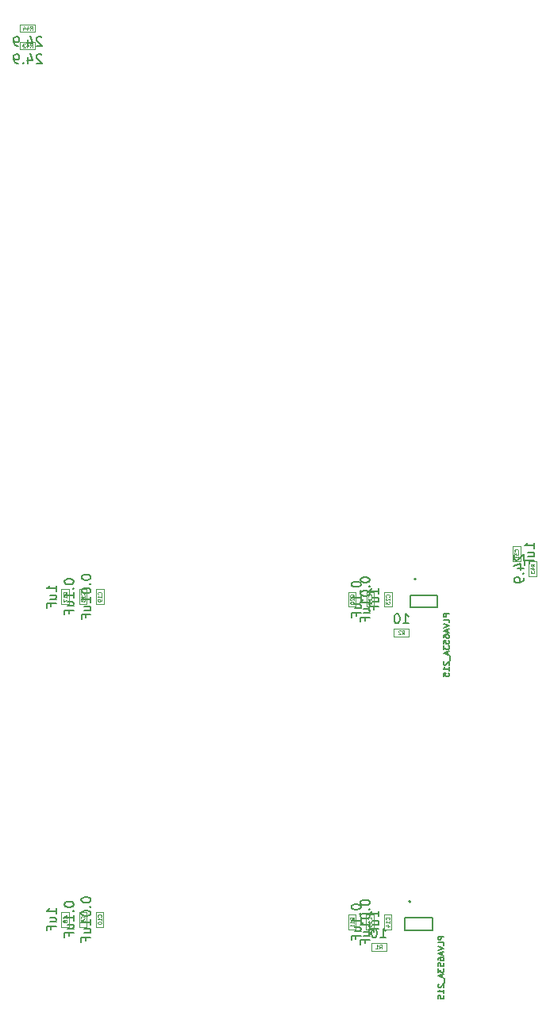
<source format=gbr>
%TF.GenerationSoftware,KiCad,Pcbnew,9.0.3*%
%TF.CreationDate,2025-09-17T10:51:31-04:00*%
%TF.ProjectId,4_COLD_TPC_SiPM_Pre_Amp,345f434f-4c44-45f5-9450-435f5369504d,rev?*%
%TF.SameCoordinates,Original*%
%TF.FileFunction,AssemblyDrawing,Bot*%
%FSLAX46Y46*%
G04 Gerber Fmt 4.6, Leading zero omitted, Abs format (unit mm)*
G04 Created by KiCad (PCBNEW 9.0.3) date 2025-09-17 10:51:31*
%MOMM*%
%LPD*%
G01*
G04 APERTURE LIST*
%ADD10C,0.150000*%
%ADD11C,0.060000*%
%ADD12C,0.100000*%
%ADD13C,0.200000*%
%ADD14C,0.127000*%
G04 APERTURE END LIST*
D10*
X186902319Y-162494761D02*
X186902319Y-161923333D01*
X186902319Y-162209047D02*
X185902319Y-162209047D01*
X185902319Y-162209047D02*
X186045176Y-162113809D01*
X186045176Y-162113809D02*
X186140414Y-162018571D01*
X186140414Y-162018571D02*
X186188033Y-161923333D01*
X186235652Y-163351904D02*
X186902319Y-163351904D01*
X186235652Y-162923333D02*
X186759461Y-162923333D01*
X186759461Y-162923333D02*
X186854700Y-162970952D01*
X186854700Y-162970952D02*
X186902319Y-163066190D01*
X186902319Y-163066190D02*
X186902319Y-163209047D01*
X186902319Y-163209047D02*
X186854700Y-163304285D01*
X186854700Y-163304285D02*
X186807080Y-163351904D01*
X186378509Y-164161428D02*
X186378509Y-163828095D01*
X186902319Y-163828095D02*
X185902319Y-163828095D01*
X185902319Y-163828095D02*
X185902319Y-164304285D01*
D11*
X188021332Y-163023333D02*
X188040380Y-163004285D01*
X188040380Y-163004285D02*
X188059427Y-162947143D01*
X188059427Y-162947143D02*
X188059427Y-162909047D01*
X188059427Y-162909047D02*
X188040380Y-162851904D01*
X188040380Y-162851904D02*
X188002284Y-162813809D01*
X188002284Y-162813809D02*
X187964189Y-162794762D01*
X187964189Y-162794762D02*
X187887999Y-162775714D01*
X187887999Y-162775714D02*
X187830856Y-162775714D01*
X187830856Y-162775714D02*
X187754665Y-162794762D01*
X187754665Y-162794762D02*
X187716570Y-162813809D01*
X187716570Y-162813809D02*
X187678475Y-162851904D01*
X187678475Y-162851904D02*
X187659427Y-162909047D01*
X187659427Y-162909047D02*
X187659427Y-162947143D01*
X187659427Y-162947143D02*
X187678475Y-163004285D01*
X187678475Y-163004285D02*
X187697522Y-163023333D01*
X187830856Y-163251904D02*
X187811808Y-163213809D01*
X187811808Y-163213809D02*
X187792760Y-163194762D01*
X187792760Y-163194762D02*
X187754665Y-163175714D01*
X187754665Y-163175714D02*
X187735618Y-163175714D01*
X187735618Y-163175714D02*
X187697522Y-163194762D01*
X187697522Y-163194762D02*
X187678475Y-163213809D01*
X187678475Y-163213809D02*
X187659427Y-163251904D01*
X187659427Y-163251904D02*
X187659427Y-163328095D01*
X187659427Y-163328095D02*
X187678475Y-163366190D01*
X187678475Y-163366190D02*
X187697522Y-163385238D01*
X187697522Y-163385238D02*
X187735618Y-163404285D01*
X187735618Y-163404285D02*
X187754665Y-163404285D01*
X187754665Y-163404285D02*
X187792760Y-163385238D01*
X187792760Y-163385238D02*
X187811808Y-163366190D01*
X187811808Y-163366190D02*
X187830856Y-163328095D01*
X187830856Y-163328095D02*
X187830856Y-163251904D01*
X187830856Y-163251904D02*
X187849903Y-163213809D01*
X187849903Y-163213809D02*
X187868951Y-163194762D01*
X187868951Y-163194762D02*
X187907046Y-163175714D01*
X187907046Y-163175714D02*
X187983237Y-163175714D01*
X187983237Y-163175714D02*
X188021332Y-163194762D01*
X188021332Y-163194762D02*
X188040380Y-163213809D01*
X188040380Y-163213809D02*
X188059427Y-163251904D01*
X188059427Y-163251904D02*
X188059427Y-163328095D01*
X188059427Y-163328095D02*
X188040380Y-163366190D01*
X188040380Y-163366190D02*
X188021332Y-163385238D01*
X188021332Y-163385238D02*
X187983237Y-163404285D01*
X187983237Y-163404285D02*
X187907046Y-163404285D01*
X187907046Y-163404285D02*
X187868951Y-163385238D01*
X187868951Y-163385238D02*
X187849903Y-163366190D01*
X187849903Y-163366190D02*
X187830856Y-163328095D01*
D10*
X187792319Y-161452143D02*
X187792319Y-161547381D01*
X187792319Y-161547381D02*
X187839938Y-161642619D01*
X187839938Y-161642619D02*
X187887557Y-161690238D01*
X187887557Y-161690238D02*
X187982795Y-161737857D01*
X187982795Y-161737857D02*
X188173271Y-161785476D01*
X188173271Y-161785476D02*
X188411366Y-161785476D01*
X188411366Y-161785476D02*
X188601842Y-161737857D01*
X188601842Y-161737857D02*
X188697080Y-161690238D01*
X188697080Y-161690238D02*
X188744700Y-161642619D01*
X188744700Y-161642619D02*
X188792319Y-161547381D01*
X188792319Y-161547381D02*
X188792319Y-161452143D01*
X188792319Y-161452143D02*
X188744700Y-161356905D01*
X188744700Y-161356905D02*
X188697080Y-161309286D01*
X188697080Y-161309286D02*
X188601842Y-161261667D01*
X188601842Y-161261667D02*
X188411366Y-161214048D01*
X188411366Y-161214048D02*
X188173271Y-161214048D01*
X188173271Y-161214048D02*
X187982795Y-161261667D01*
X187982795Y-161261667D02*
X187887557Y-161309286D01*
X187887557Y-161309286D02*
X187839938Y-161356905D01*
X187839938Y-161356905D02*
X187792319Y-161452143D01*
X188697080Y-162214048D02*
X188744700Y-162261667D01*
X188744700Y-162261667D02*
X188792319Y-162214048D01*
X188792319Y-162214048D02*
X188744700Y-162166429D01*
X188744700Y-162166429D02*
X188697080Y-162214048D01*
X188697080Y-162214048D02*
X188792319Y-162214048D01*
X188792319Y-163214047D02*
X188792319Y-162642619D01*
X188792319Y-162928333D02*
X187792319Y-162928333D01*
X187792319Y-162928333D02*
X187935176Y-162833095D01*
X187935176Y-162833095D02*
X188030414Y-162737857D01*
X188030414Y-162737857D02*
X188078033Y-162642619D01*
X188125652Y-164071190D02*
X188792319Y-164071190D01*
X188125652Y-163642619D02*
X188649461Y-163642619D01*
X188649461Y-163642619D02*
X188744700Y-163690238D01*
X188744700Y-163690238D02*
X188792319Y-163785476D01*
X188792319Y-163785476D02*
X188792319Y-163928333D01*
X188792319Y-163928333D02*
X188744700Y-164023571D01*
X188744700Y-164023571D02*
X188697080Y-164071190D01*
X188268509Y-164880714D02*
X188268509Y-164547381D01*
X188792319Y-164547381D02*
X187792319Y-164547381D01*
X187792319Y-164547381D02*
X187792319Y-165023571D01*
D11*
X189911332Y-163028333D02*
X189930380Y-163009285D01*
X189930380Y-163009285D02*
X189949427Y-162952143D01*
X189949427Y-162952143D02*
X189949427Y-162914047D01*
X189949427Y-162914047D02*
X189930380Y-162856904D01*
X189930380Y-162856904D02*
X189892284Y-162818809D01*
X189892284Y-162818809D02*
X189854189Y-162799762D01*
X189854189Y-162799762D02*
X189777999Y-162780714D01*
X189777999Y-162780714D02*
X189720856Y-162780714D01*
X189720856Y-162780714D02*
X189644665Y-162799762D01*
X189644665Y-162799762D02*
X189606570Y-162818809D01*
X189606570Y-162818809D02*
X189568475Y-162856904D01*
X189568475Y-162856904D02*
X189549427Y-162914047D01*
X189549427Y-162914047D02*
X189549427Y-162952143D01*
X189549427Y-162952143D02*
X189568475Y-163009285D01*
X189568475Y-163009285D02*
X189587522Y-163028333D01*
X189949427Y-163218809D02*
X189949427Y-163295000D01*
X189949427Y-163295000D02*
X189930380Y-163333095D01*
X189930380Y-163333095D02*
X189911332Y-163352143D01*
X189911332Y-163352143D02*
X189854189Y-163390238D01*
X189854189Y-163390238D02*
X189777999Y-163409285D01*
X189777999Y-163409285D02*
X189625618Y-163409285D01*
X189625618Y-163409285D02*
X189587522Y-163390238D01*
X189587522Y-163390238D02*
X189568475Y-163371190D01*
X189568475Y-163371190D02*
X189549427Y-163333095D01*
X189549427Y-163333095D02*
X189549427Y-163256904D01*
X189549427Y-163256904D02*
X189568475Y-163218809D01*
X189568475Y-163218809D02*
X189587522Y-163199762D01*
X189587522Y-163199762D02*
X189625618Y-163180714D01*
X189625618Y-163180714D02*
X189720856Y-163180714D01*
X189720856Y-163180714D02*
X189758951Y-163199762D01*
X189758951Y-163199762D02*
X189777999Y-163218809D01*
X189777999Y-163218809D02*
X189797046Y-163256904D01*
X189797046Y-163256904D02*
X189797046Y-163333095D01*
X189797046Y-163333095D02*
X189777999Y-163371190D01*
X189777999Y-163371190D02*
X189758951Y-163390238D01*
X189758951Y-163390238D02*
X189720856Y-163409285D01*
D10*
X189602319Y-160980952D02*
X189602319Y-161076190D01*
X189602319Y-161076190D02*
X189649938Y-161171428D01*
X189649938Y-161171428D02*
X189697557Y-161219047D01*
X189697557Y-161219047D02*
X189792795Y-161266666D01*
X189792795Y-161266666D02*
X189983271Y-161314285D01*
X189983271Y-161314285D02*
X190221366Y-161314285D01*
X190221366Y-161314285D02*
X190411842Y-161266666D01*
X190411842Y-161266666D02*
X190507080Y-161219047D01*
X190507080Y-161219047D02*
X190554700Y-161171428D01*
X190554700Y-161171428D02*
X190602319Y-161076190D01*
X190602319Y-161076190D02*
X190602319Y-160980952D01*
X190602319Y-160980952D02*
X190554700Y-160885714D01*
X190554700Y-160885714D02*
X190507080Y-160838095D01*
X190507080Y-160838095D02*
X190411842Y-160790476D01*
X190411842Y-160790476D02*
X190221366Y-160742857D01*
X190221366Y-160742857D02*
X189983271Y-160742857D01*
X189983271Y-160742857D02*
X189792795Y-160790476D01*
X189792795Y-160790476D02*
X189697557Y-160838095D01*
X189697557Y-160838095D02*
X189649938Y-160885714D01*
X189649938Y-160885714D02*
X189602319Y-160980952D01*
X190507080Y-161742857D02*
X190554700Y-161790476D01*
X190554700Y-161790476D02*
X190602319Y-161742857D01*
X190602319Y-161742857D02*
X190554700Y-161695238D01*
X190554700Y-161695238D02*
X190507080Y-161742857D01*
X190507080Y-161742857D02*
X190602319Y-161742857D01*
X189602319Y-162409523D02*
X189602319Y-162504761D01*
X189602319Y-162504761D02*
X189649938Y-162599999D01*
X189649938Y-162599999D02*
X189697557Y-162647618D01*
X189697557Y-162647618D02*
X189792795Y-162695237D01*
X189792795Y-162695237D02*
X189983271Y-162742856D01*
X189983271Y-162742856D02*
X190221366Y-162742856D01*
X190221366Y-162742856D02*
X190411842Y-162695237D01*
X190411842Y-162695237D02*
X190507080Y-162647618D01*
X190507080Y-162647618D02*
X190554700Y-162599999D01*
X190554700Y-162599999D02*
X190602319Y-162504761D01*
X190602319Y-162504761D02*
X190602319Y-162409523D01*
X190602319Y-162409523D02*
X190554700Y-162314285D01*
X190554700Y-162314285D02*
X190507080Y-162266666D01*
X190507080Y-162266666D02*
X190411842Y-162219047D01*
X190411842Y-162219047D02*
X190221366Y-162171428D01*
X190221366Y-162171428D02*
X189983271Y-162171428D01*
X189983271Y-162171428D02*
X189792795Y-162219047D01*
X189792795Y-162219047D02*
X189697557Y-162266666D01*
X189697557Y-162266666D02*
X189649938Y-162314285D01*
X189649938Y-162314285D02*
X189602319Y-162409523D01*
X190602319Y-163695237D02*
X190602319Y-163123809D01*
X190602319Y-163409523D02*
X189602319Y-163409523D01*
X189602319Y-163409523D02*
X189745176Y-163314285D01*
X189745176Y-163314285D02*
X189840414Y-163219047D01*
X189840414Y-163219047D02*
X189888033Y-163123809D01*
X189935652Y-164552380D02*
X190602319Y-164552380D01*
X189935652Y-164123809D02*
X190459461Y-164123809D01*
X190459461Y-164123809D02*
X190554700Y-164171428D01*
X190554700Y-164171428D02*
X190602319Y-164266666D01*
X190602319Y-164266666D02*
X190602319Y-164409523D01*
X190602319Y-164409523D02*
X190554700Y-164504761D01*
X190554700Y-164504761D02*
X190507080Y-164552380D01*
X190078509Y-165361904D02*
X190078509Y-165028571D01*
X190602319Y-165028571D02*
X189602319Y-165028571D01*
X189602319Y-165028571D02*
X189602319Y-165504761D01*
D11*
X191721332Y-162842857D02*
X191740380Y-162823809D01*
X191740380Y-162823809D02*
X191759427Y-162766667D01*
X191759427Y-162766667D02*
X191759427Y-162728571D01*
X191759427Y-162728571D02*
X191740380Y-162671428D01*
X191740380Y-162671428D02*
X191702284Y-162633333D01*
X191702284Y-162633333D02*
X191664189Y-162614286D01*
X191664189Y-162614286D02*
X191587999Y-162595238D01*
X191587999Y-162595238D02*
X191530856Y-162595238D01*
X191530856Y-162595238D02*
X191454665Y-162614286D01*
X191454665Y-162614286D02*
X191416570Y-162633333D01*
X191416570Y-162633333D02*
X191378475Y-162671428D01*
X191378475Y-162671428D02*
X191359427Y-162728571D01*
X191359427Y-162728571D02*
X191359427Y-162766667D01*
X191359427Y-162766667D02*
X191378475Y-162823809D01*
X191378475Y-162823809D02*
X191397522Y-162842857D01*
X191759427Y-163223809D02*
X191759427Y-162995238D01*
X191759427Y-163109524D02*
X191359427Y-163109524D01*
X191359427Y-163109524D02*
X191416570Y-163071428D01*
X191416570Y-163071428D02*
X191454665Y-163033333D01*
X191454665Y-163033333D02*
X191473713Y-162995238D01*
X191359427Y-163471428D02*
X191359427Y-163509523D01*
X191359427Y-163509523D02*
X191378475Y-163547619D01*
X191378475Y-163547619D02*
X191397522Y-163566666D01*
X191397522Y-163566666D02*
X191435618Y-163585714D01*
X191435618Y-163585714D02*
X191511808Y-163604761D01*
X191511808Y-163604761D02*
X191607046Y-163604761D01*
X191607046Y-163604761D02*
X191683237Y-163585714D01*
X191683237Y-163585714D02*
X191721332Y-163566666D01*
X191721332Y-163566666D02*
X191740380Y-163547619D01*
X191740380Y-163547619D02*
X191759427Y-163509523D01*
X191759427Y-163509523D02*
X191759427Y-163471428D01*
X191759427Y-163471428D02*
X191740380Y-163433333D01*
X191740380Y-163433333D02*
X191721332Y-163414285D01*
X191721332Y-163414285D02*
X191683237Y-163395238D01*
X191683237Y-163395238D02*
X191607046Y-163376190D01*
X191607046Y-163376190D02*
X191511808Y-163376190D01*
X191511808Y-163376190D02*
X191435618Y-163395238D01*
X191435618Y-163395238D02*
X191397522Y-163414285D01*
X191397522Y-163414285D02*
X191378475Y-163433333D01*
X191378475Y-163433333D02*
X191359427Y-163471428D01*
D10*
X219372319Y-161260952D02*
X219372319Y-161356190D01*
X219372319Y-161356190D02*
X219419938Y-161451428D01*
X219419938Y-161451428D02*
X219467557Y-161499047D01*
X219467557Y-161499047D02*
X219562795Y-161546666D01*
X219562795Y-161546666D02*
X219753271Y-161594285D01*
X219753271Y-161594285D02*
X219991366Y-161594285D01*
X219991366Y-161594285D02*
X220181842Y-161546666D01*
X220181842Y-161546666D02*
X220277080Y-161499047D01*
X220277080Y-161499047D02*
X220324700Y-161451428D01*
X220324700Y-161451428D02*
X220372319Y-161356190D01*
X220372319Y-161356190D02*
X220372319Y-161260952D01*
X220372319Y-161260952D02*
X220324700Y-161165714D01*
X220324700Y-161165714D02*
X220277080Y-161118095D01*
X220277080Y-161118095D02*
X220181842Y-161070476D01*
X220181842Y-161070476D02*
X219991366Y-161022857D01*
X219991366Y-161022857D02*
X219753271Y-161022857D01*
X219753271Y-161022857D02*
X219562795Y-161070476D01*
X219562795Y-161070476D02*
X219467557Y-161118095D01*
X219467557Y-161118095D02*
X219419938Y-161165714D01*
X219419938Y-161165714D02*
X219372319Y-161260952D01*
X220277080Y-162022857D02*
X220324700Y-162070476D01*
X220324700Y-162070476D02*
X220372319Y-162022857D01*
X220372319Y-162022857D02*
X220324700Y-161975238D01*
X220324700Y-161975238D02*
X220277080Y-162022857D01*
X220277080Y-162022857D02*
X220372319Y-162022857D01*
X219372319Y-162689523D02*
X219372319Y-162784761D01*
X219372319Y-162784761D02*
X219419938Y-162879999D01*
X219419938Y-162879999D02*
X219467557Y-162927618D01*
X219467557Y-162927618D02*
X219562795Y-162975237D01*
X219562795Y-162975237D02*
X219753271Y-163022856D01*
X219753271Y-163022856D02*
X219991366Y-163022856D01*
X219991366Y-163022856D02*
X220181842Y-162975237D01*
X220181842Y-162975237D02*
X220277080Y-162927618D01*
X220277080Y-162927618D02*
X220324700Y-162879999D01*
X220324700Y-162879999D02*
X220372319Y-162784761D01*
X220372319Y-162784761D02*
X220372319Y-162689523D01*
X220372319Y-162689523D02*
X220324700Y-162594285D01*
X220324700Y-162594285D02*
X220277080Y-162546666D01*
X220277080Y-162546666D02*
X220181842Y-162499047D01*
X220181842Y-162499047D02*
X219991366Y-162451428D01*
X219991366Y-162451428D02*
X219753271Y-162451428D01*
X219753271Y-162451428D02*
X219562795Y-162499047D01*
X219562795Y-162499047D02*
X219467557Y-162546666D01*
X219467557Y-162546666D02*
X219419938Y-162594285D01*
X219419938Y-162594285D02*
X219372319Y-162689523D01*
X220372319Y-163975237D02*
X220372319Y-163403809D01*
X220372319Y-163689523D02*
X219372319Y-163689523D01*
X219372319Y-163689523D02*
X219515176Y-163594285D01*
X219515176Y-163594285D02*
X219610414Y-163499047D01*
X219610414Y-163499047D02*
X219658033Y-163403809D01*
X219705652Y-164832380D02*
X220372319Y-164832380D01*
X219705652Y-164403809D02*
X220229461Y-164403809D01*
X220229461Y-164403809D02*
X220324700Y-164451428D01*
X220324700Y-164451428D02*
X220372319Y-164546666D01*
X220372319Y-164546666D02*
X220372319Y-164689523D01*
X220372319Y-164689523D02*
X220324700Y-164784761D01*
X220324700Y-164784761D02*
X220277080Y-164832380D01*
X219848509Y-165641904D02*
X219848509Y-165308571D01*
X220372319Y-165308571D02*
X219372319Y-165308571D01*
X219372319Y-165308571D02*
X219372319Y-165784761D01*
D11*
X218631332Y-163122857D02*
X218650380Y-163103809D01*
X218650380Y-163103809D02*
X218669427Y-163046667D01*
X218669427Y-163046667D02*
X218669427Y-163008571D01*
X218669427Y-163008571D02*
X218650380Y-162951428D01*
X218650380Y-162951428D02*
X218612284Y-162913333D01*
X218612284Y-162913333D02*
X218574189Y-162894286D01*
X218574189Y-162894286D02*
X218497999Y-162875238D01*
X218497999Y-162875238D02*
X218440856Y-162875238D01*
X218440856Y-162875238D02*
X218364665Y-162894286D01*
X218364665Y-162894286D02*
X218326570Y-162913333D01*
X218326570Y-162913333D02*
X218288475Y-162951428D01*
X218288475Y-162951428D02*
X218269427Y-163008571D01*
X218269427Y-163008571D02*
X218269427Y-163046667D01*
X218269427Y-163046667D02*
X218288475Y-163103809D01*
X218288475Y-163103809D02*
X218307522Y-163122857D01*
X218669427Y-163503809D02*
X218669427Y-163275238D01*
X218669427Y-163389524D02*
X218269427Y-163389524D01*
X218269427Y-163389524D02*
X218326570Y-163351428D01*
X218326570Y-163351428D02*
X218364665Y-163313333D01*
X218364665Y-163313333D02*
X218383713Y-163275238D01*
X218669427Y-163884761D02*
X218669427Y-163656190D01*
X218669427Y-163770476D02*
X218269427Y-163770476D01*
X218269427Y-163770476D02*
X218326570Y-163732380D01*
X218326570Y-163732380D02*
X218364665Y-163694285D01*
X218364665Y-163694285D02*
X218383713Y-163656190D01*
D10*
X218422319Y-161737143D02*
X218422319Y-161832381D01*
X218422319Y-161832381D02*
X218469938Y-161927619D01*
X218469938Y-161927619D02*
X218517557Y-161975238D01*
X218517557Y-161975238D02*
X218612795Y-162022857D01*
X218612795Y-162022857D02*
X218803271Y-162070476D01*
X218803271Y-162070476D02*
X219041366Y-162070476D01*
X219041366Y-162070476D02*
X219231842Y-162022857D01*
X219231842Y-162022857D02*
X219327080Y-161975238D01*
X219327080Y-161975238D02*
X219374700Y-161927619D01*
X219374700Y-161927619D02*
X219422319Y-161832381D01*
X219422319Y-161832381D02*
X219422319Y-161737143D01*
X219422319Y-161737143D02*
X219374700Y-161641905D01*
X219374700Y-161641905D02*
X219327080Y-161594286D01*
X219327080Y-161594286D02*
X219231842Y-161546667D01*
X219231842Y-161546667D02*
X219041366Y-161499048D01*
X219041366Y-161499048D02*
X218803271Y-161499048D01*
X218803271Y-161499048D02*
X218612795Y-161546667D01*
X218612795Y-161546667D02*
X218517557Y-161594286D01*
X218517557Y-161594286D02*
X218469938Y-161641905D01*
X218469938Y-161641905D02*
X218422319Y-161737143D01*
X219327080Y-162499048D02*
X219374700Y-162546667D01*
X219374700Y-162546667D02*
X219422319Y-162499048D01*
X219422319Y-162499048D02*
X219374700Y-162451429D01*
X219374700Y-162451429D02*
X219327080Y-162499048D01*
X219327080Y-162499048D02*
X219422319Y-162499048D01*
X219422319Y-163499047D02*
X219422319Y-162927619D01*
X219422319Y-163213333D02*
X218422319Y-163213333D01*
X218422319Y-163213333D02*
X218565176Y-163118095D01*
X218565176Y-163118095D02*
X218660414Y-163022857D01*
X218660414Y-163022857D02*
X218708033Y-162927619D01*
X218755652Y-164356190D02*
X219422319Y-164356190D01*
X218755652Y-163927619D02*
X219279461Y-163927619D01*
X219279461Y-163927619D02*
X219374700Y-163975238D01*
X219374700Y-163975238D02*
X219422319Y-164070476D01*
X219422319Y-164070476D02*
X219422319Y-164213333D01*
X219422319Y-164213333D02*
X219374700Y-164308571D01*
X219374700Y-164308571D02*
X219327080Y-164356190D01*
X218898509Y-165165714D02*
X218898509Y-164832381D01*
X219422319Y-164832381D02*
X218422319Y-164832381D01*
X218422319Y-164832381D02*
X218422319Y-165308571D01*
D11*
X220541332Y-163122857D02*
X220560380Y-163103809D01*
X220560380Y-163103809D02*
X220579427Y-163046667D01*
X220579427Y-163046667D02*
X220579427Y-163008571D01*
X220579427Y-163008571D02*
X220560380Y-162951428D01*
X220560380Y-162951428D02*
X220522284Y-162913333D01*
X220522284Y-162913333D02*
X220484189Y-162894286D01*
X220484189Y-162894286D02*
X220407999Y-162875238D01*
X220407999Y-162875238D02*
X220350856Y-162875238D01*
X220350856Y-162875238D02*
X220274665Y-162894286D01*
X220274665Y-162894286D02*
X220236570Y-162913333D01*
X220236570Y-162913333D02*
X220198475Y-162951428D01*
X220198475Y-162951428D02*
X220179427Y-163008571D01*
X220179427Y-163008571D02*
X220179427Y-163046667D01*
X220179427Y-163046667D02*
X220198475Y-163103809D01*
X220198475Y-163103809D02*
X220217522Y-163122857D01*
X220579427Y-163503809D02*
X220579427Y-163275238D01*
X220579427Y-163389524D02*
X220179427Y-163389524D01*
X220179427Y-163389524D02*
X220236570Y-163351428D01*
X220236570Y-163351428D02*
X220274665Y-163313333D01*
X220274665Y-163313333D02*
X220293713Y-163275238D01*
X220179427Y-163637142D02*
X220179427Y-163884761D01*
X220179427Y-163884761D02*
X220331808Y-163751428D01*
X220331808Y-163751428D02*
X220331808Y-163808571D01*
X220331808Y-163808571D02*
X220350856Y-163846666D01*
X220350856Y-163846666D02*
X220369903Y-163865714D01*
X220369903Y-163865714D02*
X220407999Y-163884761D01*
X220407999Y-163884761D02*
X220503237Y-163884761D01*
X220503237Y-163884761D02*
X220541332Y-163865714D01*
X220541332Y-163865714D02*
X220560380Y-163846666D01*
X220560380Y-163846666D02*
X220579427Y-163808571D01*
X220579427Y-163808571D02*
X220579427Y-163694285D01*
X220579427Y-163694285D02*
X220560380Y-163656190D01*
X220560380Y-163656190D02*
X220541332Y-163637142D01*
D10*
X221332319Y-162784761D02*
X221332319Y-162213333D01*
X221332319Y-162499047D02*
X220332319Y-162499047D01*
X220332319Y-162499047D02*
X220475176Y-162403809D01*
X220475176Y-162403809D02*
X220570414Y-162308571D01*
X220570414Y-162308571D02*
X220618033Y-162213333D01*
X220665652Y-163641904D02*
X221332319Y-163641904D01*
X220665652Y-163213333D02*
X221189461Y-163213333D01*
X221189461Y-163213333D02*
X221284700Y-163260952D01*
X221284700Y-163260952D02*
X221332319Y-163356190D01*
X221332319Y-163356190D02*
X221332319Y-163499047D01*
X221332319Y-163499047D02*
X221284700Y-163594285D01*
X221284700Y-163594285D02*
X221237080Y-163641904D01*
X220808509Y-164451428D02*
X220808509Y-164118095D01*
X221332319Y-164118095D02*
X220332319Y-164118095D01*
X220332319Y-164118095D02*
X220332319Y-164594285D01*
D11*
X222451332Y-163122857D02*
X222470380Y-163103809D01*
X222470380Y-163103809D02*
X222489427Y-163046667D01*
X222489427Y-163046667D02*
X222489427Y-163008571D01*
X222489427Y-163008571D02*
X222470380Y-162951428D01*
X222470380Y-162951428D02*
X222432284Y-162913333D01*
X222432284Y-162913333D02*
X222394189Y-162894286D01*
X222394189Y-162894286D02*
X222317999Y-162875238D01*
X222317999Y-162875238D02*
X222260856Y-162875238D01*
X222260856Y-162875238D02*
X222184665Y-162894286D01*
X222184665Y-162894286D02*
X222146570Y-162913333D01*
X222146570Y-162913333D02*
X222108475Y-162951428D01*
X222108475Y-162951428D02*
X222089427Y-163008571D01*
X222089427Y-163008571D02*
X222089427Y-163046667D01*
X222089427Y-163046667D02*
X222108475Y-163103809D01*
X222108475Y-163103809D02*
X222127522Y-163122857D01*
X222489427Y-163503809D02*
X222489427Y-163275238D01*
X222489427Y-163389524D02*
X222089427Y-163389524D01*
X222089427Y-163389524D02*
X222146570Y-163351428D01*
X222146570Y-163351428D02*
X222184665Y-163313333D01*
X222184665Y-163313333D02*
X222203713Y-163275238D01*
X222222760Y-163846666D02*
X222489427Y-163846666D01*
X222070380Y-163751428D02*
X222356094Y-163656190D01*
X222356094Y-163656190D02*
X222356094Y-163903809D01*
D10*
X228292176Y-164907995D02*
X227652176Y-164907995D01*
X227652176Y-164907995D02*
X227652176Y-165151805D01*
X227652176Y-165151805D02*
X227682652Y-165212757D01*
X227682652Y-165212757D02*
X227713128Y-165243234D01*
X227713128Y-165243234D02*
X227774080Y-165273710D01*
X227774080Y-165273710D02*
X227865509Y-165273710D01*
X227865509Y-165273710D02*
X227926461Y-165243234D01*
X227926461Y-165243234D02*
X227956938Y-165212757D01*
X227956938Y-165212757D02*
X227987414Y-165151805D01*
X227987414Y-165151805D02*
X227987414Y-164907995D01*
X228292176Y-165852757D02*
X228292176Y-165547995D01*
X228292176Y-165547995D02*
X227652176Y-165547995D01*
X227652176Y-165974662D02*
X228292176Y-166187995D01*
X228292176Y-166187995D02*
X227652176Y-166401329D01*
X228109319Y-166584185D02*
X228109319Y-166888947D01*
X228292176Y-166523233D02*
X227652176Y-166736566D01*
X227652176Y-166736566D02*
X228292176Y-166949900D01*
X227652176Y-167437518D02*
X227652176Y-167315613D01*
X227652176Y-167315613D02*
X227682652Y-167254661D01*
X227682652Y-167254661D02*
X227713128Y-167224185D01*
X227713128Y-167224185D02*
X227804557Y-167163232D01*
X227804557Y-167163232D02*
X227926461Y-167132756D01*
X227926461Y-167132756D02*
X228170271Y-167132756D01*
X228170271Y-167132756D02*
X228231223Y-167163232D01*
X228231223Y-167163232D02*
X228261700Y-167193709D01*
X228261700Y-167193709D02*
X228292176Y-167254661D01*
X228292176Y-167254661D02*
X228292176Y-167376566D01*
X228292176Y-167376566D02*
X228261700Y-167437518D01*
X228261700Y-167437518D02*
X228231223Y-167467994D01*
X228231223Y-167467994D02*
X228170271Y-167498471D01*
X228170271Y-167498471D02*
X228017890Y-167498471D01*
X228017890Y-167498471D02*
X227956938Y-167467994D01*
X227956938Y-167467994D02*
X227926461Y-167437518D01*
X227926461Y-167437518D02*
X227895985Y-167376566D01*
X227895985Y-167376566D02*
X227895985Y-167254661D01*
X227895985Y-167254661D02*
X227926461Y-167193709D01*
X227926461Y-167193709D02*
X227956938Y-167163232D01*
X227956938Y-167163232D02*
X228017890Y-167132756D01*
X227652176Y-168077518D02*
X227652176Y-167772756D01*
X227652176Y-167772756D02*
X227956938Y-167742280D01*
X227956938Y-167742280D02*
X227926461Y-167772756D01*
X227926461Y-167772756D02*
X227895985Y-167833709D01*
X227895985Y-167833709D02*
X227895985Y-167986090D01*
X227895985Y-167986090D02*
X227926461Y-168047042D01*
X227926461Y-168047042D02*
X227956938Y-168077518D01*
X227956938Y-168077518D02*
X228017890Y-168107995D01*
X228017890Y-168107995D02*
X228170271Y-168107995D01*
X228170271Y-168107995D02*
X228231223Y-168077518D01*
X228231223Y-168077518D02*
X228261700Y-168047042D01*
X228261700Y-168047042D02*
X228292176Y-167986090D01*
X228292176Y-167986090D02*
X228292176Y-167833709D01*
X228292176Y-167833709D02*
X228261700Y-167772756D01*
X228261700Y-167772756D02*
X228231223Y-167742280D01*
X227652176Y-168321328D02*
X227652176Y-168717519D01*
X227652176Y-168717519D02*
X227895985Y-168504185D01*
X227895985Y-168504185D02*
X227895985Y-168595614D01*
X227895985Y-168595614D02*
X227926461Y-168656566D01*
X227926461Y-168656566D02*
X227956938Y-168687042D01*
X227956938Y-168687042D02*
X228017890Y-168717519D01*
X228017890Y-168717519D02*
X228170271Y-168717519D01*
X228170271Y-168717519D02*
X228231223Y-168687042D01*
X228231223Y-168687042D02*
X228261700Y-168656566D01*
X228261700Y-168656566D02*
X228292176Y-168595614D01*
X228292176Y-168595614D02*
X228292176Y-168412757D01*
X228292176Y-168412757D02*
X228261700Y-168351804D01*
X228261700Y-168351804D02*
X228231223Y-168321328D01*
X228109319Y-168961328D02*
X228109319Y-169266090D01*
X228292176Y-168900376D02*
X227652176Y-169113709D01*
X227652176Y-169113709D02*
X228292176Y-169327043D01*
X228353128Y-169387995D02*
X228353128Y-169875614D01*
X227713128Y-169997518D02*
X227682652Y-170027994D01*
X227682652Y-170027994D02*
X227652176Y-170088947D01*
X227652176Y-170088947D02*
X227652176Y-170241328D01*
X227652176Y-170241328D02*
X227682652Y-170302280D01*
X227682652Y-170302280D02*
X227713128Y-170332756D01*
X227713128Y-170332756D02*
X227774080Y-170363233D01*
X227774080Y-170363233D02*
X227835033Y-170363233D01*
X227835033Y-170363233D02*
X227926461Y-170332756D01*
X227926461Y-170332756D02*
X228292176Y-169967042D01*
X228292176Y-169967042D02*
X228292176Y-170363233D01*
X228292176Y-170972757D02*
X228292176Y-170607042D01*
X228292176Y-170789899D02*
X227652176Y-170789899D01*
X227652176Y-170789899D02*
X227743604Y-170728947D01*
X227743604Y-170728947D02*
X227804557Y-170667995D01*
X227804557Y-170667995D02*
X227835033Y-170607042D01*
X227652176Y-171551804D02*
X227652176Y-171247042D01*
X227652176Y-171247042D02*
X227956938Y-171216566D01*
X227956938Y-171216566D02*
X227926461Y-171247042D01*
X227926461Y-171247042D02*
X227895985Y-171307995D01*
X227895985Y-171307995D02*
X227895985Y-171460376D01*
X227895985Y-171460376D02*
X227926461Y-171521328D01*
X227926461Y-171521328D02*
X227956938Y-171551804D01*
X227956938Y-171551804D02*
X228017890Y-171582281D01*
X228017890Y-171582281D02*
X228170271Y-171582281D01*
X228170271Y-171582281D02*
X228231223Y-171551804D01*
X228231223Y-171551804D02*
X228261700Y-171521328D01*
X228261700Y-171521328D02*
X228292176Y-171460376D01*
X228292176Y-171460376D02*
X228292176Y-171307995D01*
X228292176Y-171307995D02*
X228261700Y-171247042D01*
X228261700Y-171247042D02*
X228231223Y-171216566D01*
X228859676Y-130497995D02*
X228219676Y-130497995D01*
X228219676Y-130497995D02*
X228219676Y-130741805D01*
X228219676Y-130741805D02*
X228250152Y-130802757D01*
X228250152Y-130802757D02*
X228280628Y-130833234D01*
X228280628Y-130833234D02*
X228341580Y-130863710D01*
X228341580Y-130863710D02*
X228433009Y-130863710D01*
X228433009Y-130863710D02*
X228493961Y-130833234D01*
X228493961Y-130833234D02*
X228524438Y-130802757D01*
X228524438Y-130802757D02*
X228554914Y-130741805D01*
X228554914Y-130741805D02*
X228554914Y-130497995D01*
X228859676Y-131442757D02*
X228859676Y-131137995D01*
X228859676Y-131137995D02*
X228219676Y-131137995D01*
X228219676Y-131564662D02*
X228859676Y-131777995D01*
X228859676Y-131777995D02*
X228219676Y-131991329D01*
X228676819Y-132174185D02*
X228676819Y-132478947D01*
X228859676Y-132113233D02*
X228219676Y-132326566D01*
X228219676Y-132326566D02*
X228859676Y-132539900D01*
X228219676Y-133027518D02*
X228219676Y-132905613D01*
X228219676Y-132905613D02*
X228250152Y-132844661D01*
X228250152Y-132844661D02*
X228280628Y-132814185D01*
X228280628Y-132814185D02*
X228372057Y-132753232D01*
X228372057Y-132753232D02*
X228493961Y-132722756D01*
X228493961Y-132722756D02*
X228737771Y-132722756D01*
X228737771Y-132722756D02*
X228798723Y-132753232D01*
X228798723Y-132753232D02*
X228829200Y-132783709D01*
X228829200Y-132783709D02*
X228859676Y-132844661D01*
X228859676Y-132844661D02*
X228859676Y-132966566D01*
X228859676Y-132966566D02*
X228829200Y-133027518D01*
X228829200Y-133027518D02*
X228798723Y-133057994D01*
X228798723Y-133057994D02*
X228737771Y-133088471D01*
X228737771Y-133088471D02*
X228585390Y-133088471D01*
X228585390Y-133088471D02*
X228524438Y-133057994D01*
X228524438Y-133057994D02*
X228493961Y-133027518D01*
X228493961Y-133027518D02*
X228463485Y-132966566D01*
X228463485Y-132966566D02*
X228463485Y-132844661D01*
X228463485Y-132844661D02*
X228493961Y-132783709D01*
X228493961Y-132783709D02*
X228524438Y-132753232D01*
X228524438Y-132753232D02*
X228585390Y-132722756D01*
X228219676Y-133667518D02*
X228219676Y-133362756D01*
X228219676Y-133362756D02*
X228524438Y-133332280D01*
X228524438Y-133332280D02*
X228493961Y-133362756D01*
X228493961Y-133362756D02*
X228463485Y-133423709D01*
X228463485Y-133423709D02*
X228463485Y-133576090D01*
X228463485Y-133576090D02*
X228493961Y-133637042D01*
X228493961Y-133637042D02*
X228524438Y-133667518D01*
X228524438Y-133667518D02*
X228585390Y-133697995D01*
X228585390Y-133697995D02*
X228737771Y-133697995D01*
X228737771Y-133697995D02*
X228798723Y-133667518D01*
X228798723Y-133667518D02*
X228829200Y-133637042D01*
X228829200Y-133637042D02*
X228859676Y-133576090D01*
X228859676Y-133576090D02*
X228859676Y-133423709D01*
X228859676Y-133423709D02*
X228829200Y-133362756D01*
X228829200Y-133362756D02*
X228798723Y-133332280D01*
X228219676Y-133911328D02*
X228219676Y-134307519D01*
X228219676Y-134307519D02*
X228463485Y-134094185D01*
X228463485Y-134094185D02*
X228463485Y-134185614D01*
X228463485Y-134185614D02*
X228493961Y-134246566D01*
X228493961Y-134246566D02*
X228524438Y-134277042D01*
X228524438Y-134277042D02*
X228585390Y-134307519D01*
X228585390Y-134307519D02*
X228737771Y-134307519D01*
X228737771Y-134307519D02*
X228798723Y-134277042D01*
X228798723Y-134277042D02*
X228829200Y-134246566D01*
X228829200Y-134246566D02*
X228859676Y-134185614D01*
X228859676Y-134185614D02*
X228859676Y-134002757D01*
X228859676Y-134002757D02*
X228829200Y-133941804D01*
X228829200Y-133941804D02*
X228798723Y-133911328D01*
X228676819Y-134551328D02*
X228676819Y-134856090D01*
X228859676Y-134490376D02*
X228219676Y-134703709D01*
X228219676Y-134703709D02*
X228859676Y-134917043D01*
X228920628Y-134977995D02*
X228920628Y-135465614D01*
X228280628Y-135587518D02*
X228250152Y-135617994D01*
X228250152Y-135617994D02*
X228219676Y-135678947D01*
X228219676Y-135678947D02*
X228219676Y-135831328D01*
X228219676Y-135831328D02*
X228250152Y-135892280D01*
X228250152Y-135892280D02*
X228280628Y-135922756D01*
X228280628Y-135922756D02*
X228341580Y-135953233D01*
X228341580Y-135953233D02*
X228402533Y-135953233D01*
X228402533Y-135953233D02*
X228493961Y-135922756D01*
X228493961Y-135922756D02*
X228859676Y-135557042D01*
X228859676Y-135557042D02*
X228859676Y-135953233D01*
X228859676Y-136562757D02*
X228859676Y-136197042D01*
X228859676Y-136379899D02*
X228219676Y-136379899D01*
X228219676Y-136379899D02*
X228311104Y-136318947D01*
X228311104Y-136318947D02*
X228372057Y-136257995D01*
X228372057Y-136257995D02*
X228402533Y-136197042D01*
X228219676Y-137141804D02*
X228219676Y-136837042D01*
X228219676Y-136837042D02*
X228524438Y-136806566D01*
X228524438Y-136806566D02*
X228493961Y-136837042D01*
X228493961Y-136837042D02*
X228463485Y-136897995D01*
X228463485Y-136897995D02*
X228463485Y-137050376D01*
X228463485Y-137050376D02*
X228493961Y-137111328D01*
X228493961Y-137111328D02*
X228524438Y-137141804D01*
X228524438Y-137141804D02*
X228585390Y-137172281D01*
X228585390Y-137172281D02*
X228737771Y-137172281D01*
X228737771Y-137172281D02*
X228798723Y-137141804D01*
X228798723Y-137141804D02*
X228829200Y-137111328D01*
X228829200Y-137111328D02*
X228859676Y-137050376D01*
X228859676Y-137050376D02*
X228859676Y-136897995D01*
X228859676Y-136897995D02*
X228829200Y-136837042D01*
X228829200Y-136837042D02*
X228798723Y-136806566D01*
X221517976Y-165064819D02*
X222089404Y-165064819D01*
X221803690Y-165064819D02*
X221803690Y-164064819D01*
X221803690Y-164064819D02*
X221898928Y-164207676D01*
X221898928Y-164207676D02*
X221994166Y-164302914D01*
X221994166Y-164302914D02*
X222089404Y-164350533D01*
X220898928Y-164064819D02*
X220803690Y-164064819D01*
X220803690Y-164064819D02*
X220708452Y-164112438D01*
X220708452Y-164112438D02*
X220660833Y-164160057D01*
X220660833Y-164160057D02*
X220613214Y-164255295D01*
X220613214Y-164255295D02*
X220565595Y-164445771D01*
X220565595Y-164445771D02*
X220565595Y-164683866D01*
X220565595Y-164683866D02*
X220613214Y-164874342D01*
X220613214Y-164874342D02*
X220660833Y-164969580D01*
X220660833Y-164969580D02*
X220708452Y-165017200D01*
X220708452Y-165017200D02*
X220803690Y-165064819D01*
X220803690Y-165064819D02*
X220898928Y-165064819D01*
X220898928Y-165064819D02*
X220994166Y-165017200D01*
X220994166Y-165017200D02*
X221041785Y-164969580D01*
X221041785Y-164969580D02*
X221089404Y-164874342D01*
X221089404Y-164874342D02*
X221137023Y-164683866D01*
X221137023Y-164683866D02*
X221137023Y-164445771D01*
X221137023Y-164445771D02*
X221089404Y-164255295D01*
X221089404Y-164255295D02*
X221041785Y-164160057D01*
X221041785Y-164160057D02*
X220994166Y-164112438D01*
X220994166Y-164112438D02*
X220898928Y-164064819D01*
D11*
X221394166Y-166221927D02*
X221527499Y-166031451D01*
X221622737Y-166221927D02*
X221622737Y-165821927D01*
X221622737Y-165821927D02*
X221470356Y-165821927D01*
X221470356Y-165821927D02*
X221432261Y-165840975D01*
X221432261Y-165840975D02*
X221413214Y-165860022D01*
X221413214Y-165860022D02*
X221394166Y-165898118D01*
X221394166Y-165898118D02*
X221394166Y-165955260D01*
X221394166Y-165955260D02*
X221413214Y-165993356D01*
X221413214Y-165993356D02*
X221432261Y-166012403D01*
X221432261Y-166012403D02*
X221470356Y-166031451D01*
X221470356Y-166031451D02*
X221622737Y-166031451D01*
X221013214Y-166221927D02*
X221241785Y-166221927D01*
X221127499Y-166221927D02*
X221127499Y-165821927D01*
X221127499Y-165821927D02*
X221165595Y-165879070D01*
X221165595Y-165879070D02*
X221203690Y-165917165D01*
X221203690Y-165917165D02*
X221241785Y-165936213D01*
D10*
X223945476Y-131514819D02*
X224516904Y-131514819D01*
X224231190Y-131514819D02*
X224231190Y-130514819D01*
X224231190Y-130514819D02*
X224326428Y-130657676D01*
X224326428Y-130657676D02*
X224421666Y-130752914D01*
X224421666Y-130752914D02*
X224516904Y-130800533D01*
X223326428Y-130514819D02*
X223231190Y-130514819D01*
X223231190Y-130514819D02*
X223135952Y-130562438D01*
X223135952Y-130562438D02*
X223088333Y-130610057D01*
X223088333Y-130610057D02*
X223040714Y-130705295D01*
X223040714Y-130705295D02*
X222993095Y-130895771D01*
X222993095Y-130895771D02*
X222993095Y-131133866D01*
X222993095Y-131133866D02*
X223040714Y-131324342D01*
X223040714Y-131324342D02*
X223088333Y-131419580D01*
X223088333Y-131419580D02*
X223135952Y-131467200D01*
X223135952Y-131467200D02*
X223231190Y-131514819D01*
X223231190Y-131514819D02*
X223326428Y-131514819D01*
X223326428Y-131514819D02*
X223421666Y-131467200D01*
X223421666Y-131467200D02*
X223469285Y-131419580D01*
X223469285Y-131419580D02*
X223516904Y-131324342D01*
X223516904Y-131324342D02*
X223564523Y-131133866D01*
X223564523Y-131133866D02*
X223564523Y-130895771D01*
X223564523Y-130895771D02*
X223516904Y-130705295D01*
X223516904Y-130705295D02*
X223469285Y-130610057D01*
X223469285Y-130610057D02*
X223421666Y-130562438D01*
X223421666Y-130562438D02*
X223326428Y-130514819D01*
D11*
X223821666Y-132671927D02*
X223954999Y-132481451D01*
X224050237Y-132671927D02*
X224050237Y-132271927D01*
X224050237Y-132271927D02*
X223897856Y-132271927D01*
X223897856Y-132271927D02*
X223859761Y-132290975D01*
X223859761Y-132290975D02*
X223840714Y-132310022D01*
X223840714Y-132310022D02*
X223821666Y-132348118D01*
X223821666Y-132348118D02*
X223821666Y-132405260D01*
X223821666Y-132405260D02*
X223840714Y-132443356D01*
X223840714Y-132443356D02*
X223859761Y-132462403D01*
X223859761Y-132462403D02*
X223897856Y-132481451D01*
X223897856Y-132481451D02*
X224050237Y-132481451D01*
X223669285Y-132310022D02*
X223650237Y-132290975D01*
X223650237Y-132290975D02*
X223612142Y-132271927D01*
X223612142Y-132271927D02*
X223516904Y-132271927D01*
X223516904Y-132271927D02*
X223478809Y-132290975D01*
X223478809Y-132290975D02*
X223459761Y-132310022D01*
X223459761Y-132310022D02*
X223440714Y-132348118D01*
X223440714Y-132348118D02*
X223440714Y-132386213D01*
X223440714Y-132386213D02*
X223459761Y-132443356D01*
X223459761Y-132443356D02*
X223688333Y-132671927D01*
X223688333Y-132671927D02*
X223440714Y-132671927D01*
D10*
X237934819Y-123504761D02*
X237934819Y-122933333D01*
X237934819Y-123219047D02*
X236934819Y-123219047D01*
X236934819Y-123219047D02*
X237077676Y-123123809D01*
X237077676Y-123123809D02*
X237172914Y-123028571D01*
X237172914Y-123028571D02*
X237220533Y-122933333D01*
X237268152Y-124361904D02*
X237934819Y-124361904D01*
X237268152Y-123933333D02*
X237791961Y-123933333D01*
X237791961Y-123933333D02*
X237887200Y-123980952D01*
X237887200Y-123980952D02*
X237934819Y-124076190D01*
X237934819Y-124076190D02*
X237934819Y-124219047D01*
X237934819Y-124219047D02*
X237887200Y-124314285D01*
X237887200Y-124314285D02*
X237839580Y-124361904D01*
X237411009Y-125171428D02*
X237411009Y-124838095D01*
X237934819Y-124838095D02*
X236934819Y-124838095D01*
X236934819Y-124838095D02*
X236934819Y-125314285D01*
D11*
X236193832Y-123842857D02*
X236212880Y-123823809D01*
X236212880Y-123823809D02*
X236231927Y-123766667D01*
X236231927Y-123766667D02*
X236231927Y-123728571D01*
X236231927Y-123728571D02*
X236212880Y-123671428D01*
X236212880Y-123671428D02*
X236174784Y-123633333D01*
X236174784Y-123633333D02*
X236136689Y-123614286D01*
X236136689Y-123614286D02*
X236060499Y-123595238D01*
X236060499Y-123595238D02*
X236003356Y-123595238D01*
X236003356Y-123595238D02*
X235927165Y-123614286D01*
X235927165Y-123614286D02*
X235889070Y-123633333D01*
X235889070Y-123633333D02*
X235850975Y-123671428D01*
X235850975Y-123671428D02*
X235831927Y-123728571D01*
X235831927Y-123728571D02*
X235831927Y-123766667D01*
X235831927Y-123766667D02*
X235850975Y-123823809D01*
X235850975Y-123823809D02*
X235870022Y-123842857D01*
X235831927Y-123976190D02*
X235831927Y-124223809D01*
X235831927Y-124223809D02*
X235984308Y-124090476D01*
X235984308Y-124090476D02*
X235984308Y-124147619D01*
X235984308Y-124147619D02*
X236003356Y-124185714D01*
X236003356Y-124185714D02*
X236022403Y-124204762D01*
X236022403Y-124204762D02*
X236060499Y-124223809D01*
X236060499Y-124223809D02*
X236155737Y-124223809D01*
X236155737Y-124223809D02*
X236193832Y-124204762D01*
X236193832Y-124204762D02*
X236212880Y-124185714D01*
X236212880Y-124185714D02*
X236231927Y-124147619D01*
X236231927Y-124147619D02*
X236231927Y-124033333D01*
X236231927Y-124033333D02*
X236212880Y-123995238D01*
X236212880Y-123995238D02*
X236193832Y-123976190D01*
X236231927Y-124604761D02*
X236231927Y-124376190D01*
X236231927Y-124490476D02*
X235831927Y-124490476D01*
X235831927Y-124490476D02*
X235889070Y-124452380D01*
X235889070Y-124452380D02*
X235927165Y-124414285D01*
X235927165Y-124414285D02*
X235946213Y-124376190D01*
D10*
X235880057Y-124223810D02*
X235832438Y-124271429D01*
X235832438Y-124271429D02*
X235784819Y-124366667D01*
X235784819Y-124366667D02*
X235784819Y-124604762D01*
X235784819Y-124604762D02*
X235832438Y-124700000D01*
X235832438Y-124700000D02*
X235880057Y-124747619D01*
X235880057Y-124747619D02*
X235975295Y-124795238D01*
X235975295Y-124795238D02*
X236070533Y-124795238D01*
X236070533Y-124795238D02*
X236213390Y-124747619D01*
X236213390Y-124747619D02*
X236784819Y-124176191D01*
X236784819Y-124176191D02*
X236784819Y-124795238D01*
X236118152Y-125652381D02*
X236784819Y-125652381D01*
X235737200Y-125414286D02*
X236451485Y-125176191D01*
X236451485Y-125176191D02*
X236451485Y-125795238D01*
X236689580Y-126176191D02*
X236737200Y-126223810D01*
X236737200Y-126223810D02*
X236784819Y-126176191D01*
X236784819Y-126176191D02*
X236737200Y-126128572D01*
X236737200Y-126128572D02*
X236689580Y-126176191D01*
X236689580Y-126176191D02*
X236784819Y-126176191D01*
X236784819Y-126700000D02*
X236784819Y-126890476D01*
X236784819Y-126890476D02*
X236737200Y-126985714D01*
X236737200Y-126985714D02*
X236689580Y-127033333D01*
X236689580Y-127033333D02*
X236546723Y-127128571D01*
X236546723Y-127128571D02*
X236356247Y-127176190D01*
X236356247Y-127176190D02*
X235975295Y-127176190D01*
X235975295Y-127176190D02*
X235880057Y-127128571D01*
X235880057Y-127128571D02*
X235832438Y-127080952D01*
X235832438Y-127080952D02*
X235784819Y-126985714D01*
X235784819Y-126985714D02*
X235784819Y-126795238D01*
X235784819Y-126795238D02*
X235832438Y-126700000D01*
X235832438Y-126700000D02*
X235880057Y-126652381D01*
X235880057Y-126652381D02*
X235975295Y-126604762D01*
X235975295Y-126604762D02*
X236213390Y-126604762D01*
X236213390Y-126604762D02*
X236308628Y-126652381D01*
X236308628Y-126652381D02*
X236356247Y-126700000D01*
X236356247Y-126700000D02*
X236403866Y-126795238D01*
X236403866Y-126795238D02*
X236403866Y-126985714D01*
X236403866Y-126985714D02*
X236356247Y-127080952D01*
X236356247Y-127080952D02*
X236308628Y-127128571D01*
X236308628Y-127128571D02*
X236213390Y-127176190D01*
D11*
X237941927Y-125442857D02*
X237751451Y-125309524D01*
X237941927Y-125214286D02*
X237541927Y-125214286D01*
X237541927Y-125214286D02*
X237541927Y-125366667D01*
X237541927Y-125366667D02*
X237560975Y-125404762D01*
X237560975Y-125404762D02*
X237580022Y-125423809D01*
X237580022Y-125423809D02*
X237618118Y-125442857D01*
X237618118Y-125442857D02*
X237675260Y-125442857D01*
X237675260Y-125442857D02*
X237713356Y-125423809D01*
X237713356Y-125423809D02*
X237732403Y-125404762D01*
X237732403Y-125404762D02*
X237751451Y-125366667D01*
X237751451Y-125366667D02*
X237751451Y-125214286D01*
X237675260Y-125785714D02*
X237941927Y-125785714D01*
X237522880Y-125690476D02*
X237808594Y-125595238D01*
X237808594Y-125595238D02*
X237808594Y-125842857D01*
X237541927Y-125957142D02*
X237541927Y-126204761D01*
X237541927Y-126204761D02*
X237694308Y-126071428D01*
X237694308Y-126071428D02*
X237694308Y-126128571D01*
X237694308Y-126128571D02*
X237713356Y-126166666D01*
X237713356Y-126166666D02*
X237732403Y-126185714D01*
X237732403Y-126185714D02*
X237770499Y-126204761D01*
X237770499Y-126204761D02*
X237865737Y-126204761D01*
X237865737Y-126204761D02*
X237903832Y-126185714D01*
X237903832Y-126185714D02*
X237922880Y-126166666D01*
X237922880Y-126166666D02*
X237941927Y-126128571D01*
X237941927Y-126128571D02*
X237941927Y-126014285D01*
X237941927Y-126014285D02*
X237922880Y-125976190D01*
X237922880Y-125976190D02*
X237903832Y-125957142D01*
D10*
X185356189Y-69030057D02*
X185308570Y-68982438D01*
X185308570Y-68982438D02*
X185213332Y-68934819D01*
X185213332Y-68934819D02*
X184975237Y-68934819D01*
X184975237Y-68934819D02*
X184879999Y-68982438D01*
X184879999Y-68982438D02*
X184832380Y-69030057D01*
X184832380Y-69030057D02*
X184784761Y-69125295D01*
X184784761Y-69125295D02*
X184784761Y-69220533D01*
X184784761Y-69220533D02*
X184832380Y-69363390D01*
X184832380Y-69363390D02*
X185403808Y-69934819D01*
X185403808Y-69934819D02*
X184784761Y-69934819D01*
X183927618Y-69268152D02*
X183927618Y-69934819D01*
X184165713Y-68887200D02*
X184403808Y-69601485D01*
X184403808Y-69601485D02*
X183784761Y-69601485D01*
X183403808Y-69839580D02*
X183356189Y-69887200D01*
X183356189Y-69887200D02*
X183403808Y-69934819D01*
X183403808Y-69934819D02*
X183451427Y-69887200D01*
X183451427Y-69887200D02*
X183403808Y-69839580D01*
X183403808Y-69839580D02*
X183403808Y-69934819D01*
X182879999Y-69934819D02*
X182689523Y-69934819D01*
X182689523Y-69934819D02*
X182594285Y-69887200D01*
X182594285Y-69887200D02*
X182546666Y-69839580D01*
X182546666Y-69839580D02*
X182451428Y-69696723D01*
X182451428Y-69696723D02*
X182403809Y-69506247D01*
X182403809Y-69506247D02*
X182403809Y-69125295D01*
X182403809Y-69125295D02*
X182451428Y-69030057D01*
X182451428Y-69030057D02*
X182499047Y-68982438D01*
X182499047Y-68982438D02*
X182594285Y-68934819D01*
X182594285Y-68934819D02*
X182784761Y-68934819D01*
X182784761Y-68934819D02*
X182879999Y-68982438D01*
X182879999Y-68982438D02*
X182927618Y-69030057D01*
X182927618Y-69030057D02*
X182975237Y-69125295D01*
X182975237Y-69125295D02*
X182975237Y-69363390D01*
X182975237Y-69363390D02*
X182927618Y-69458628D01*
X182927618Y-69458628D02*
X182879999Y-69506247D01*
X182879999Y-69506247D02*
X182784761Y-69553866D01*
X182784761Y-69553866D02*
X182594285Y-69553866D01*
X182594285Y-69553866D02*
X182499047Y-69506247D01*
X182499047Y-69506247D02*
X182451428Y-69458628D01*
X182451428Y-69458628D02*
X182403809Y-69363390D01*
D11*
X184137142Y-68231927D02*
X184270475Y-68041451D01*
X184365713Y-68231927D02*
X184365713Y-67831927D01*
X184365713Y-67831927D02*
X184213332Y-67831927D01*
X184213332Y-67831927D02*
X184175237Y-67850975D01*
X184175237Y-67850975D02*
X184156190Y-67870022D01*
X184156190Y-67870022D02*
X184137142Y-67908118D01*
X184137142Y-67908118D02*
X184137142Y-67965260D01*
X184137142Y-67965260D02*
X184156190Y-68003356D01*
X184156190Y-68003356D02*
X184175237Y-68022403D01*
X184175237Y-68022403D02*
X184213332Y-68041451D01*
X184213332Y-68041451D02*
X184365713Y-68041451D01*
X183794285Y-67965260D02*
X183794285Y-68231927D01*
X183889523Y-67812880D02*
X183984761Y-68098594D01*
X183984761Y-68098594D02*
X183737142Y-68098594D01*
X183413333Y-67965260D02*
X183413333Y-68231927D01*
X183508571Y-67812880D02*
X183603809Y-68098594D01*
X183603809Y-68098594D02*
X183356190Y-68098594D01*
D10*
X185356189Y-70890057D02*
X185308570Y-70842438D01*
X185308570Y-70842438D02*
X185213332Y-70794819D01*
X185213332Y-70794819D02*
X184975237Y-70794819D01*
X184975237Y-70794819D02*
X184879999Y-70842438D01*
X184879999Y-70842438D02*
X184832380Y-70890057D01*
X184832380Y-70890057D02*
X184784761Y-70985295D01*
X184784761Y-70985295D02*
X184784761Y-71080533D01*
X184784761Y-71080533D02*
X184832380Y-71223390D01*
X184832380Y-71223390D02*
X185403808Y-71794819D01*
X185403808Y-71794819D02*
X184784761Y-71794819D01*
X183927618Y-71128152D02*
X183927618Y-71794819D01*
X184165713Y-70747200D02*
X184403808Y-71461485D01*
X184403808Y-71461485D02*
X183784761Y-71461485D01*
X183403808Y-71699580D02*
X183356189Y-71747200D01*
X183356189Y-71747200D02*
X183403808Y-71794819D01*
X183403808Y-71794819D02*
X183451427Y-71747200D01*
X183451427Y-71747200D02*
X183403808Y-71699580D01*
X183403808Y-71699580D02*
X183403808Y-71794819D01*
X182879999Y-71794819D02*
X182689523Y-71794819D01*
X182689523Y-71794819D02*
X182594285Y-71747200D01*
X182594285Y-71747200D02*
X182546666Y-71699580D01*
X182546666Y-71699580D02*
X182451428Y-71556723D01*
X182451428Y-71556723D02*
X182403809Y-71366247D01*
X182403809Y-71366247D02*
X182403809Y-70985295D01*
X182403809Y-70985295D02*
X182451428Y-70890057D01*
X182451428Y-70890057D02*
X182499047Y-70842438D01*
X182499047Y-70842438D02*
X182594285Y-70794819D01*
X182594285Y-70794819D02*
X182784761Y-70794819D01*
X182784761Y-70794819D02*
X182879999Y-70842438D01*
X182879999Y-70842438D02*
X182927618Y-70890057D01*
X182927618Y-70890057D02*
X182975237Y-70985295D01*
X182975237Y-70985295D02*
X182975237Y-71223390D01*
X182975237Y-71223390D02*
X182927618Y-71318628D01*
X182927618Y-71318628D02*
X182879999Y-71366247D01*
X182879999Y-71366247D02*
X182784761Y-71413866D01*
X182784761Y-71413866D02*
X182594285Y-71413866D01*
X182594285Y-71413866D02*
X182499047Y-71366247D01*
X182499047Y-71366247D02*
X182451428Y-71318628D01*
X182451428Y-71318628D02*
X182403809Y-71223390D01*
D11*
X184137142Y-70091927D02*
X184270475Y-69901451D01*
X184365713Y-70091927D02*
X184365713Y-69691927D01*
X184365713Y-69691927D02*
X184213332Y-69691927D01*
X184213332Y-69691927D02*
X184175237Y-69710975D01*
X184175237Y-69710975D02*
X184156190Y-69730022D01*
X184156190Y-69730022D02*
X184137142Y-69768118D01*
X184137142Y-69768118D02*
X184137142Y-69825260D01*
X184137142Y-69825260D02*
X184156190Y-69863356D01*
X184156190Y-69863356D02*
X184175237Y-69882403D01*
X184175237Y-69882403D02*
X184213332Y-69901451D01*
X184213332Y-69901451D02*
X184365713Y-69901451D01*
X183794285Y-69825260D02*
X183794285Y-70091927D01*
X183889523Y-69672880D02*
X183984761Y-69958594D01*
X183984761Y-69958594D02*
X183737142Y-69958594D01*
X183603809Y-69730022D02*
X183584761Y-69710975D01*
X183584761Y-69710975D02*
X183546666Y-69691927D01*
X183546666Y-69691927D02*
X183451428Y-69691927D01*
X183451428Y-69691927D02*
X183413333Y-69710975D01*
X183413333Y-69710975D02*
X183394285Y-69730022D01*
X183394285Y-69730022D02*
X183375238Y-69768118D01*
X183375238Y-69768118D02*
X183375238Y-69806213D01*
X183375238Y-69806213D02*
X183394285Y-69863356D01*
X183394285Y-69863356D02*
X183622857Y-70091927D01*
X183622857Y-70091927D02*
X183375238Y-70091927D01*
D10*
X218429819Y-127317143D02*
X218429819Y-127412381D01*
X218429819Y-127412381D02*
X218477438Y-127507619D01*
X218477438Y-127507619D02*
X218525057Y-127555238D01*
X218525057Y-127555238D02*
X218620295Y-127602857D01*
X218620295Y-127602857D02*
X218810771Y-127650476D01*
X218810771Y-127650476D02*
X219048866Y-127650476D01*
X219048866Y-127650476D02*
X219239342Y-127602857D01*
X219239342Y-127602857D02*
X219334580Y-127555238D01*
X219334580Y-127555238D02*
X219382200Y-127507619D01*
X219382200Y-127507619D02*
X219429819Y-127412381D01*
X219429819Y-127412381D02*
X219429819Y-127317143D01*
X219429819Y-127317143D02*
X219382200Y-127221905D01*
X219382200Y-127221905D02*
X219334580Y-127174286D01*
X219334580Y-127174286D02*
X219239342Y-127126667D01*
X219239342Y-127126667D02*
X219048866Y-127079048D01*
X219048866Y-127079048D02*
X218810771Y-127079048D01*
X218810771Y-127079048D02*
X218620295Y-127126667D01*
X218620295Y-127126667D02*
X218525057Y-127174286D01*
X218525057Y-127174286D02*
X218477438Y-127221905D01*
X218477438Y-127221905D02*
X218429819Y-127317143D01*
X219334580Y-128079048D02*
X219382200Y-128126667D01*
X219382200Y-128126667D02*
X219429819Y-128079048D01*
X219429819Y-128079048D02*
X219382200Y-128031429D01*
X219382200Y-128031429D02*
X219334580Y-128079048D01*
X219334580Y-128079048D02*
X219429819Y-128079048D01*
X219429819Y-129079047D02*
X219429819Y-128507619D01*
X219429819Y-128793333D02*
X218429819Y-128793333D01*
X218429819Y-128793333D02*
X218572676Y-128698095D01*
X218572676Y-128698095D02*
X218667914Y-128602857D01*
X218667914Y-128602857D02*
X218715533Y-128507619D01*
X218763152Y-129936190D02*
X219429819Y-129936190D01*
X218763152Y-129507619D02*
X219286961Y-129507619D01*
X219286961Y-129507619D02*
X219382200Y-129555238D01*
X219382200Y-129555238D02*
X219429819Y-129650476D01*
X219429819Y-129650476D02*
X219429819Y-129793333D01*
X219429819Y-129793333D02*
X219382200Y-129888571D01*
X219382200Y-129888571D02*
X219334580Y-129936190D01*
X218906009Y-130745714D02*
X218906009Y-130412381D01*
X219429819Y-130412381D02*
X218429819Y-130412381D01*
X218429819Y-130412381D02*
X218429819Y-130888571D01*
D11*
X220548832Y-128702857D02*
X220567880Y-128683809D01*
X220567880Y-128683809D02*
X220586927Y-128626667D01*
X220586927Y-128626667D02*
X220586927Y-128588571D01*
X220586927Y-128588571D02*
X220567880Y-128531428D01*
X220567880Y-128531428D02*
X220529784Y-128493333D01*
X220529784Y-128493333D02*
X220491689Y-128474286D01*
X220491689Y-128474286D02*
X220415499Y-128455238D01*
X220415499Y-128455238D02*
X220358356Y-128455238D01*
X220358356Y-128455238D02*
X220282165Y-128474286D01*
X220282165Y-128474286D02*
X220244070Y-128493333D01*
X220244070Y-128493333D02*
X220205975Y-128531428D01*
X220205975Y-128531428D02*
X220186927Y-128588571D01*
X220186927Y-128588571D02*
X220186927Y-128626667D01*
X220186927Y-128626667D02*
X220205975Y-128683809D01*
X220205975Y-128683809D02*
X220225022Y-128702857D01*
X220225022Y-128855238D02*
X220205975Y-128874286D01*
X220205975Y-128874286D02*
X220186927Y-128912381D01*
X220186927Y-128912381D02*
X220186927Y-129007619D01*
X220186927Y-129007619D02*
X220205975Y-129045714D01*
X220205975Y-129045714D02*
X220225022Y-129064762D01*
X220225022Y-129064762D02*
X220263118Y-129083809D01*
X220263118Y-129083809D02*
X220301213Y-129083809D01*
X220301213Y-129083809D02*
X220358356Y-129064762D01*
X220358356Y-129064762D02*
X220586927Y-128836190D01*
X220586927Y-128836190D02*
X220586927Y-129083809D01*
X220225022Y-129236190D02*
X220205975Y-129255238D01*
X220205975Y-129255238D02*
X220186927Y-129293333D01*
X220186927Y-129293333D02*
X220186927Y-129388571D01*
X220186927Y-129388571D02*
X220205975Y-129426666D01*
X220205975Y-129426666D02*
X220225022Y-129445714D01*
X220225022Y-129445714D02*
X220263118Y-129464761D01*
X220263118Y-129464761D02*
X220301213Y-129464761D01*
X220301213Y-129464761D02*
X220358356Y-129445714D01*
X220358356Y-129445714D02*
X220586927Y-129217142D01*
X220586927Y-129217142D02*
X220586927Y-129464761D01*
D10*
X219379819Y-126840952D02*
X219379819Y-126936190D01*
X219379819Y-126936190D02*
X219427438Y-127031428D01*
X219427438Y-127031428D02*
X219475057Y-127079047D01*
X219475057Y-127079047D02*
X219570295Y-127126666D01*
X219570295Y-127126666D02*
X219760771Y-127174285D01*
X219760771Y-127174285D02*
X219998866Y-127174285D01*
X219998866Y-127174285D02*
X220189342Y-127126666D01*
X220189342Y-127126666D02*
X220284580Y-127079047D01*
X220284580Y-127079047D02*
X220332200Y-127031428D01*
X220332200Y-127031428D02*
X220379819Y-126936190D01*
X220379819Y-126936190D02*
X220379819Y-126840952D01*
X220379819Y-126840952D02*
X220332200Y-126745714D01*
X220332200Y-126745714D02*
X220284580Y-126698095D01*
X220284580Y-126698095D02*
X220189342Y-126650476D01*
X220189342Y-126650476D02*
X219998866Y-126602857D01*
X219998866Y-126602857D02*
X219760771Y-126602857D01*
X219760771Y-126602857D02*
X219570295Y-126650476D01*
X219570295Y-126650476D02*
X219475057Y-126698095D01*
X219475057Y-126698095D02*
X219427438Y-126745714D01*
X219427438Y-126745714D02*
X219379819Y-126840952D01*
X220284580Y-127602857D02*
X220332200Y-127650476D01*
X220332200Y-127650476D02*
X220379819Y-127602857D01*
X220379819Y-127602857D02*
X220332200Y-127555238D01*
X220332200Y-127555238D02*
X220284580Y-127602857D01*
X220284580Y-127602857D02*
X220379819Y-127602857D01*
X219379819Y-128269523D02*
X219379819Y-128364761D01*
X219379819Y-128364761D02*
X219427438Y-128459999D01*
X219427438Y-128459999D02*
X219475057Y-128507618D01*
X219475057Y-128507618D02*
X219570295Y-128555237D01*
X219570295Y-128555237D02*
X219760771Y-128602856D01*
X219760771Y-128602856D02*
X219998866Y-128602856D01*
X219998866Y-128602856D02*
X220189342Y-128555237D01*
X220189342Y-128555237D02*
X220284580Y-128507618D01*
X220284580Y-128507618D02*
X220332200Y-128459999D01*
X220332200Y-128459999D02*
X220379819Y-128364761D01*
X220379819Y-128364761D02*
X220379819Y-128269523D01*
X220379819Y-128269523D02*
X220332200Y-128174285D01*
X220332200Y-128174285D02*
X220284580Y-128126666D01*
X220284580Y-128126666D02*
X220189342Y-128079047D01*
X220189342Y-128079047D02*
X219998866Y-128031428D01*
X219998866Y-128031428D02*
X219760771Y-128031428D01*
X219760771Y-128031428D02*
X219570295Y-128079047D01*
X219570295Y-128079047D02*
X219475057Y-128126666D01*
X219475057Y-128126666D02*
X219427438Y-128174285D01*
X219427438Y-128174285D02*
X219379819Y-128269523D01*
X220379819Y-129555237D02*
X220379819Y-128983809D01*
X220379819Y-129269523D02*
X219379819Y-129269523D01*
X219379819Y-129269523D02*
X219522676Y-129174285D01*
X219522676Y-129174285D02*
X219617914Y-129079047D01*
X219617914Y-129079047D02*
X219665533Y-128983809D01*
X219713152Y-130412380D02*
X220379819Y-130412380D01*
X219713152Y-129983809D02*
X220236961Y-129983809D01*
X220236961Y-129983809D02*
X220332200Y-130031428D01*
X220332200Y-130031428D02*
X220379819Y-130126666D01*
X220379819Y-130126666D02*
X220379819Y-130269523D01*
X220379819Y-130269523D02*
X220332200Y-130364761D01*
X220332200Y-130364761D02*
X220284580Y-130412380D01*
X219856009Y-131221904D02*
X219856009Y-130888571D01*
X220379819Y-130888571D02*
X219379819Y-130888571D01*
X219379819Y-130888571D02*
X219379819Y-131364761D01*
D11*
X218638832Y-128702857D02*
X218657880Y-128683809D01*
X218657880Y-128683809D02*
X218676927Y-128626667D01*
X218676927Y-128626667D02*
X218676927Y-128588571D01*
X218676927Y-128588571D02*
X218657880Y-128531428D01*
X218657880Y-128531428D02*
X218619784Y-128493333D01*
X218619784Y-128493333D02*
X218581689Y-128474286D01*
X218581689Y-128474286D02*
X218505499Y-128455238D01*
X218505499Y-128455238D02*
X218448356Y-128455238D01*
X218448356Y-128455238D02*
X218372165Y-128474286D01*
X218372165Y-128474286D02*
X218334070Y-128493333D01*
X218334070Y-128493333D02*
X218295975Y-128531428D01*
X218295975Y-128531428D02*
X218276927Y-128588571D01*
X218276927Y-128588571D02*
X218276927Y-128626667D01*
X218276927Y-128626667D02*
X218295975Y-128683809D01*
X218295975Y-128683809D02*
X218315022Y-128702857D01*
X218315022Y-128855238D02*
X218295975Y-128874286D01*
X218295975Y-128874286D02*
X218276927Y-128912381D01*
X218276927Y-128912381D02*
X218276927Y-129007619D01*
X218276927Y-129007619D02*
X218295975Y-129045714D01*
X218295975Y-129045714D02*
X218315022Y-129064762D01*
X218315022Y-129064762D02*
X218353118Y-129083809D01*
X218353118Y-129083809D02*
X218391213Y-129083809D01*
X218391213Y-129083809D02*
X218448356Y-129064762D01*
X218448356Y-129064762D02*
X218676927Y-128836190D01*
X218676927Y-128836190D02*
X218676927Y-129083809D01*
X218276927Y-129331428D02*
X218276927Y-129369523D01*
X218276927Y-129369523D02*
X218295975Y-129407619D01*
X218295975Y-129407619D02*
X218315022Y-129426666D01*
X218315022Y-129426666D02*
X218353118Y-129445714D01*
X218353118Y-129445714D02*
X218429308Y-129464761D01*
X218429308Y-129464761D02*
X218524546Y-129464761D01*
X218524546Y-129464761D02*
X218600737Y-129445714D01*
X218600737Y-129445714D02*
X218638832Y-129426666D01*
X218638832Y-129426666D02*
X218657880Y-129407619D01*
X218657880Y-129407619D02*
X218676927Y-129369523D01*
X218676927Y-129369523D02*
X218676927Y-129331428D01*
X218676927Y-129331428D02*
X218657880Y-129293333D01*
X218657880Y-129293333D02*
X218638832Y-129274285D01*
X218638832Y-129274285D02*
X218600737Y-129255238D01*
X218600737Y-129255238D02*
X218524546Y-129236190D01*
X218524546Y-129236190D02*
X218429308Y-129236190D01*
X218429308Y-129236190D02*
X218353118Y-129255238D01*
X218353118Y-129255238D02*
X218315022Y-129274285D01*
X218315022Y-129274285D02*
X218295975Y-129293333D01*
X218295975Y-129293333D02*
X218276927Y-129331428D01*
D10*
X221339819Y-128364761D02*
X221339819Y-127793333D01*
X221339819Y-128079047D02*
X220339819Y-128079047D01*
X220339819Y-128079047D02*
X220482676Y-127983809D01*
X220482676Y-127983809D02*
X220577914Y-127888571D01*
X220577914Y-127888571D02*
X220625533Y-127793333D01*
X220673152Y-129221904D02*
X221339819Y-129221904D01*
X220673152Y-128793333D02*
X221196961Y-128793333D01*
X221196961Y-128793333D02*
X221292200Y-128840952D01*
X221292200Y-128840952D02*
X221339819Y-128936190D01*
X221339819Y-128936190D02*
X221339819Y-129079047D01*
X221339819Y-129079047D02*
X221292200Y-129174285D01*
X221292200Y-129174285D02*
X221244580Y-129221904D01*
X220816009Y-130031428D02*
X220816009Y-129698095D01*
X221339819Y-129698095D02*
X220339819Y-129698095D01*
X220339819Y-129698095D02*
X220339819Y-130174285D01*
D11*
X222458832Y-128702857D02*
X222477880Y-128683809D01*
X222477880Y-128683809D02*
X222496927Y-128626667D01*
X222496927Y-128626667D02*
X222496927Y-128588571D01*
X222496927Y-128588571D02*
X222477880Y-128531428D01*
X222477880Y-128531428D02*
X222439784Y-128493333D01*
X222439784Y-128493333D02*
X222401689Y-128474286D01*
X222401689Y-128474286D02*
X222325499Y-128455238D01*
X222325499Y-128455238D02*
X222268356Y-128455238D01*
X222268356Y-128455238D02*
X222192165Y-128474286D01*
X222192165Y-128474286D02*
X222154070Y-128493333D01*
X222154070Y-128493333D02*
X222115975Y-128531428D01*
X222115975Y-128531428D02*
X222096927Y-128588571D01*
X222096927Y-128588571D02*
X222096927Y-128626667D01*
X222096927Y-128626667D02*
X222115975Y-128683809D01*
X222115975Y-128683809D02*
X222135022Y-128702857D01*
X222135022Y-128855238D02*
X222115975Y-128874286D01*
X222115975Y-128874286D02*
X222096927Y-128912381D01*
X222096927Y-128912381D02*
X222096927Y-129007619D01*
X222096927Y-129007619D02*
X222115975Y-129045714D01*
X222115975Y-129045714D02*
X222135022Y-129064762D01*
X222135022Y-129064762D02*
X222173118Y-129083809D01*
X222173118Y-129083809D02*
X222211213Y-129083809D01*
X222211213Y-129083809D02*
X222268356Y-129064762D01*
X222268356Y-129064762D02*
X222496927Y-128836190D01*
X222496927Y-128836190D02*
X222496927Y-129083809D01*
X222096927Y-129217142D02*
X222096927Y-129464761D01*
X222096927Y-129464761D02*
X222249308Y-129331428D01*
X222249308Y-129331428D02*
X222249308Y-129388571D01*
X222249308Y-129388571D02*
X222268356Y-129426666D01*
X222268356Y-129426666D02*
X222287403Y-129445714D01*
X222287403Y-129445714D02*
X222325499Y-129464761D01*
X222325499Y-129464761D02*
X222420737Y-129464761D01*
X222420737Y-129464761D02*
X222458832Y-129445714D01*
X222458832Y-129445714D02*
X222477880Y-129426666D01*
X222477880Y-129426666D02*
X222496927Y-129388571D01*
X222496927Y-129388571D02*
X222496927Y-129274285D01*
X222496927Y-129274285D02*
X222477880Y-129236190D01*
X222477880Y-129236190D02*
X222458832Y-129217142D01*
D10*
X187799819Y-127032143D02*
X187799819Y-127127381D01*
X187799819Y-127127381D02*
X187847438Y-127222619D01*
X187847438Y-127222619D02*
X187895057Y-127270238D01*
X187895057Y-127270238D02*
X187990295Y-127317857D01*
X187990295Y-127317857D02*
X188180771Y-127365476D01*
X188180771Y-127365476D02*
X188418866Y-127365476D01*
X188418866Y-127365476D02*
X188609342Y-127317857D01*
X188609342Y-127317857D02*
X188704580Y-127270238D01*
X188704580Y-127270238D02*
X188752200Y-127222619D01*
X188752200Y-127222619D02*
X188799819Y-127127381D01*
X188799819Y-127127381D02*
X188799819Y-127032143D01*
X188799819Y-127032143D02*
X188752200Y-126936905D01*
X188752200Y-126936905D02*
X188704580Y-126889286D01*
X188704580Y-126889286D02*
X188609342Y-126841667D01*
X188609342Y-126841667D02*
X188418866Y-126794048D01*
X188418866Y-126794048D02*
X188180771Y-126794048D01*
X188180771Y-126794048D02*
X187990295Y-126841667D01*
X187990295Y-126841667D02*
X187895057Y-126889286D01*
X187895057Y-126889286D02*
X187847438Y-126936905D01*
X187847438Y-126936905D02*
X187799819Y-127032143D01*
X188704580Y-127794048D02*
X188752200Y-127841667D01*
X188752200Y-127841667D02*
X188799819Y-127794048D01*
X188799819Y-127794048D02*
X188752200Y-127746429D01*
X188752200Y-127746429D02*
X188704580Y-127794048D01*
X188704580Y-127794048D02*
X188799819Y-127794048D01*
X188799819Y-128794047D02*
X188799819Y-128222619D01*
X188799819Y-128508333D02*
X187799819Y-128508333D01*
X187799819Y-128508333D02*
X187942676Y-128413095D01*
X187942676Y-128413095D02*
X188037914Y-128317857D01*
X188037914Y-128317857D02*
X188085533Y-128222619D01*
X188133152Y-129651190D02*
X188799819Y-129651190D01*
X188133152Y-129222619D02*
X188656961Y-129222619D01*
X188656961Y-129222619D02*
X188752200Y-129270238D01*
X188752200Y-129270238D02*
X188799819Y-129365476D01*
X188799819Y-129365476D02*
X188799819Y-129508333D01*
X188799819Y-129508333D02*
X188752200Y-129603571D01*
X188752200Y-129603571D02*
X188704580Y-129651190D01*
X188276009Y-130460714D02*
X188276009Y-130127381D01*
X188799819Y-130127381D02*
X187799819Y-130127381D01*
X187799819Y-130127381D02*
X187799819Y-130603571D01*
D11*
X189918832Y-128417857D02*
X189937880Y-128398809D01*
X189937880Y-128398809D02*
X189956927Y-128341667D01*
X189956927Y-128341667D02*
X189956927Y-128303571D01*
X189956927Y-128303571D02*
X189937880Y-128246428D01*
X189937880Y-128246428D02*
X189899784Y-128208333D01*
X189899784Y-128208333D02*
X189861689Y-128189286D01*
X189861689Y-128189286D02*
X189785499Y-128170238D01*
X189785499Y-128170238D02*
X189728356Y-128170238D01*
X189728356Y-128170238D02*
X189652165Y-128189286D01*
X189652165Y-128189286D02*
X189614070Y-128208333D01*
X189614070Y-128208333D02*
X189575975Y-128246428D01*
X189575975Y-128246428D02*
X189556927Y-128303571D01*
X189556927Y-128303571D02*
X189556927Y-128341667D01*
X189556927Y-128341667D02*
X189575975Y-128398809D01*
X189575975Y-128398809D02*
X189595022Y-128417857D01*
X189956927Y-128798809D02*
X189956927Y-128570238D01*
X189956927Y-128684524D02*
X189556927Y-128684524D01*
X189556927Y-128684524D02*
X189614070Y-128646428D01*
X189614070Y-128646428D02*
X189652165Y-128608333D01*
X189652165Y-128608333D02*
X189671213Y-128570238D01*
X189728356Y-129027380D02*
X189709308Y-128989285D01*
X189709308Y-128989285D02*
X189690260Y-128970238D01*
X189690260Y-128970238D02*
X189652165Y-128951190D01*
X189652165Y-128951190D02*
X189633118Y-128951190D01*
X189633118Y-128951190D02*
X189595022Y-128970238D01*
X189595022Y-128970238D02*
X189575975Y-128989285D01*
X189575975Y-128989285D02*
X189556927Y-129027380D01*
X189556927Y-129027380D02*
X189556927Y-129103571D01*
X189556927Y-129103571D02*
X189575975Y-129141666D01*
X189575975Y-129141666D02*
X189595022Y-129160714D01*
X189595022Y-129160714D02*
X189633118Y-129179761D01*
X189633118Y-129179761D02*
X189652165Y-129179761D01*
X189652165Y-129179761D02*
X189690260Y-129160714D01*
X189690260Y-129160714D02*
X189709308Y-129141666D01*
X189709308Y-129141666D02*
X189728356Y-129103571D01*
X189728356Y-129103571D02*
X189728356Y-129027380D01*
X189728356Y-129027380D02*
X189747403Y-128989285D01*
X189747403Y-128989285D02*
X189766451Y-128970238D01*
X189766451Y-128970238D02*
X189804546Y-128951190D01*
X189804546Y-128951190D02*
X189880737Y-128951190D01*
X189880737Y-128951190D02*
X189918832Y-128970238D01*
X189918832Y-128970238D02*
X189937880Y-128989285D01*
X189937880Y-128989285D02*
X189956927Y-129027380D01*
X189956927Y-129027380D02*
X189956927Y-129103571D01*
X189956927Y-129103571D02*
X189937880Y-129141666D01*
X189937880Y-129141666D02*
X189918832Y-129160714D01*
X189918832Y-129160714D02*
X189880737Y-129179761D01*
X189880737Y-129179761D02*
X189804546Y-129179761D01*
X189804546Y-129179761D02*
X189766451Y-129160714D01*
X189766451Y-129160714D02*
X189747403Y-129141666D01*
X189747403Y-129141666D02*
X189728356Y-129103571D01*
D10*
X189609819Y-126560952D02*
X189609819Y-126656190D01*
X189609819Y-126656190D02*
X189657438Y-126751428D01*
X189657438Y-126751428D02*
X189705057Y-126799047D01*
X189705057Y-126799047D02*
X189800295Y-126846666D01*
X189800295Y-126846666D02*
X189990771Y-126894285D01*
X189990771Y-126894285D02*
X190228866Y-126894285D01*
X190228866Y-126894285D02*
X190419342Y-126846666D01*
X190419342Y-126846666D02*
X190514580Y-126799047D01*
X190514580Y-126799047D02*
X190562200Y-126751428D01*
X190562200Y-126751428D02*
X190609819Y-126656190D01*
X190609819Y-126656190D02*
X190609819Y-126560952D01*
X190609819Y-126560952D02*
X190562200Y-126465714D01*
X190562200Y-126465714D02*
X190514580Y-126418095D01*
X190514580Y-126418095D02*
X190419342Y-126370476D01*
X190419342Y-126370476D02*
X190228866Y-126322857D01*
X190228866Y-126322857D02*
X189990771Y-126322857D01*
X189990771Y-126322857D02*
X189800295Y-126370476D01*
X189800295Y-126370476D02*
X189705057Y-126418095D01*
X189705057Y-126418095D02*
X189657438Y-126465714D01*
X189657438Y-126465714D02*
X189609819Y-126560952D01*
X190514580Y-127322857D02*
X190562200Y-127370476D01*
X190562200Y-127370476D02*
X190609819Y-127322857D01*
X190609819Y-127322857D02*
X190562200Y-127275238D01*
X190562200Y-127275238D02*
X190514580Y-127322857D01*
X190514580Y-127322857D02*
X190609819Y-127322857D01*
X189609819Y-127989523D02*
X189609819Y-128084761D01*
X189609819Y-128084761D02*
X189657438Y-128179999D01*
X189657438Y-128179999D02*
X189705057Y-128227618D01*
X189705057Y-128227618D02*
X189800295Y-128275237D01*
X189800295Y-128275237D02*
X189990771Y-128322856D01*
X189990771Y-128322856D02*
X190228866Y-128322856D01*
X190228866Y-128322856D02*
X190419342Y-128275237D01*
X190419342Y-128275237D02*
X190514580Y-128227618D01*
X190514580Y-128227618D02*
X190562200Y-128179999D01*
X190562200Y-128179999D02*
X190609819Y-128084761D01*
X190609819Y-128084761D02*
X190609819Y-127989523D01*
X190609819Y-127989523D02*
X190562200Y-127894285D01*
X190562200Y-127894285D02*
X190514580Y-127846666D01*
X190514580Y-127846666D02*
X190419342Y-127799047D01*
X190419342Y-127799047D02*
X190228866Y-127751428D01*
X190228866Y-127751428D02*
X189990771Y-127751428D01*
X189990771Y-127751428D02*
X189800295Y-127799047D01*
X189800295Y-127799047D02*
X189705057Y-127846666D01*
X189705057Y-127846666D02*
X189657438Y-127894285D01*
X189657438Y-127894285D02*
X189609819Y-127989523D01*
X190609819Y-129275237D02*
X190609819Y-128703809D01*
X190609819Y-128989523D02*
X189609819Y-128989523D01*
X189609819Y-128989523D02*
X189752676Y-128894285D01*
X189752676Y-128894285D02*
X189847914Y-128799047D01*
X189847914Y-128799047D02*
X189895533Y-128703809D01*
X189943152Y-130132380D02*
X190609819Y-130132380D01*
X189943152Y-129703809D02*
X190466961Y-129703809D01*
X190466961Y-129703809D02*
X190562200Y-129751428D01*
X190562200Y-129751428D02*
X190609819Y-129846666D01*
X190609819Y-129846666D02*
X190609819Y-129989523D01*
X190609819Y-129989523D02*
X190562200Y-130084761D01*
X190562200Y-130084761D02*
X190514580Y-130132380D01*
X190086009Y-130941904D02*
X190086009Y-130608571D01*
X190609819Y-130608571D02*
X189609819Y-130608571D01*
X189609819Y-130608571D02*
X189609819Y-131084761D01*
D11*
X191728832Y-128422857D02*
X191747880Y-128403809D01*
X191747880Y-128403809D02*
X191766927Y-128346667D01*
X191766927Y-128346667D02*
X191766927Y-128308571D01*
X191766927Y-128308571D02*
X191747880Y-128251428D01*
X191747880Y-128251428D02*
X191709784Y-128213333D01*
X191709784Y-128213333D02*
X191671689Y-128194286D01*
X191671689Y-128194286D02*
X191595499Y-128175238D01*
X191595499Y-128175238D02*
X191538356Y-128175238D01*
X191538356Y-128175238D02*
X191462165Y-128194286D01*
X191462165Y-128194286D02*
X191424070Y-128213333D01*
X191424070Y-128213333D02*
X191385975Y-128251428D01*
X191385975Y-128251428D02*
X191366927Y-128308571D01*
X191366927Y-128308571D02*
X191366927Y-128346667D01*
X191366927Y-128346667D02*
X191385975Y-128403809D01*
X191385975Y-128403809D02*
X191405022Y-128422857D01*
X191766927Y-128803809D02*
X191766927Y-128575238D01*
X191766927Y-128689524D02*
X191366927Y-128689524D01*
X191366927Y-128689524D02*
X191424070Y-128651428D01*
X191424070Y-128651428D02*
X191462165Y-128613333D01*
X191462165Y-128613333D02*
X191481213Y-128575238D01*
X191766927Y-128994285D02*
X191766927Y-129070476D01*
X191766927Y-129070476D02*
X191747880Y-129108571D01*
X191747880Y-129108571D02*
X191728832Y-129127619D01*
X191728832Y-129127619D02*
X191671689Y-129165714D01*
X191671689Y-129165714D02*
X191595499Y-129184761D01*
X191595499Y-129184761D02*
X191443118Y-129184761D01*
X191443118Y-129184761D02*
X191405022Y-129165714D01*
X191405022Y-129165714D02*
X191385975Y-129146666D01*
X191385975Y-129146666D02*
X191366927Y-129108571D01*
X191366927Y-129108571D02*
X191366927Y-129032380D01*
X191366927Y-129032380D02*
X191385975Y-128994285D01*
X191385975Y-128994285D02*
X191405022Y-128975238D01*
X191405022Y-128975238D02*
X191443118Y-128956190D01*
X191443118Y-128956190D02*
X191538356Y-128956190D01*
X191538356Y-128956190D02*
X191576451Y-128975238D01*
X191576451Y-128975238D02*
X191595499Y-128994285D01*
X191595499Y-128994285D02*
X191614546Y-129032380D01*
X191614546Y-129032380D02*
X191614546Y-129108571D01*
X191614546Y-129108571D02*
X191595499Y-129146666D01*
X191595499Y-129146666D02*
X191576451Y-129165714D01*
X191576451Y-129165714D02*
X191538356Y-129184761D01*
D10*
X186909819Y-128074761D02*
X186909819Y-127503333D01*
X186909819Y-127789047D02*
X185909819Y-127789047D01*
X185909819Y-127789047D02*
X186052676Y-127693809D01*
X186052676Y-127693809D02*
X186147914Y-127598571D01*
X186147914Y-127598571D02*
X186195533Y-127503333D01*
X186243152Y-128931904D02*
X186909819Y-128931904D01*
X186243152Y-128503333D02*
X186766961Y-128503333D01*
X186766961Y-128503333D02*
X186862200Y-128550952D01*
X186862200Y-128550952D02*
X186909819Y-128646190D01*
X186909819Y-128646190D02*
X186909819Y-128789047D01*
X186909819Y-128789047D02*
X186862200Y-128884285D01*
X186862200Y-128884285D02*
X186814580Y-128931904D01*
X186386009Y-129741428D02*
X186386009Y-129408095D01*
X186909819Y-129408095D02*
X185909819Y-129408095D01*
X185909819Y-129408095D02*
X185909819Y-129884285D01*
D11*
X188028832Y-128412857D02*
X188047880Y-128393809D01*
X188047880Y-128393809D02*
X188066927Y-128336667D01*
X188066927Y-128336667D02*
X188066927Y-128298571D01*
X188066927Y-128298571D02*
X188047880Y-128241428D01*
X188047880Y-128241428D02*
X188009784Y-128203333D01*
X188009784Y-128203333D02*
X187971689Y-128184286D01*
X187971689Y-128184286D02*
X187895499Y-128165238D01*
X187895499Y-128165238D02*
X187838356Y-128165238D01*
X187838356Y-128165238D02*
X187762165Y-128184286D01*
X187762165Y-128184286D02*
X187724070Y-128203333D01*
X187724070Y-128203333D02*
X187685975Y-128241428D01*
X187685975Y-128241428D02*
X187666927Y-128298571D01*
X187666927Y-128298571D02*
X187666927Y-128336667D01*
X187666927Y-128336667D02*
X187685975Y-128393809D01*
X187685975Y-128393809D02*
X187705022Y-128412857D01*
X188066927Y-128793809D02*
X188066927Y-128565238D01*
X188066927Y-128679524D02*
X187666927Y-128679524D01*
X187666927Y-128679524D02*
X187724070Y-128641428D01*
X187724070Y-128641428D02*
X187762165Y-128603333D01*
X187762165Y-128603333D02*
X187781213Y-128565238D01*
X187666927Y-128927142D02*
X187666927Y-129193809D01*
X187666927Y-129193809D02*
X188066927Y-129022380D01*
D12*
%TO.C,C8*%
X188277500Y-163890000D02*
X187477500Y-163890000D01*
X188277500Y-162290000D02*
X188277500Y-163890000D01*
X187477500Y-163890000D02*
X187477500Y-162290000D01*
X187477500Y-162290000D02*
X188277500Y-162290000D01*
%TO.C,C9*%
X190167500Y-163895000D02*
X189367500Y-163895000D01*
X190167500Y-162295000D02*
X190167500Y-163895000D01*
X189367500Y-163895000D02*
X189367500Y-162295000D01*
X189367500Y-162295000D02*
X190167500Y-162295000D01*
%TO.C,C10*%
X191977500Y-163900000D02*
X191177500Y-163900000D01*
X191977500Y-162300000D02*
X191977500Y-163900000D01*
X191177500Y-163900000D02*
X191177500Y-162300000D01*
X191177500Y-162300000D02*
X191977500Y-162300000D01*
%TO.C,C11*%
X218887500Y-164180000D02*
X218087500Y-164180000D01*
X218887500Y-162580000D02*
X218887500Y-164180000D01*
X218087500Y-164180000D02*
X218087500Y-162580000D01*
X218087500Y-162580000D02*
X218887500Y-162580000D01*
%TO.C,C13*%
X220797500Y-164180000D02*
X219997500Y-164180000D01*
X220797500Y-162580000D02*
X220797500Y-164180000D01*
X219997500Y-164180000D02*
X219997500Y-162580000D01*
X219997500Y-162580000D02*
X220797500Y-162580000D01*
%TO.C,C14*%
X222707500Y-164180000D02*
X221907500Y-164180000D01*
X222707500Y-162580000D02*
X222707500Y-164180000D01*
X221907500Y-164180000D02*
X221907500Y-162580000D01*
X221907500Y-162580000D02*
X222707500Y-162580000D01*
D13*
%TO.C,D1*%
X224747500Y-161207500D02*
G75*
G02*
X224547500Y-161207500I-100000J0D01*
G01*
X224547500Y-161207500D02*
G75*
G02*
X224747500Y-161207500I100000J0D01*
G01*
D14*
X227047500Y-164237500D02*
X227047500Y-162937500D01*
X227047500Y-162937500D02*
X224147500Y-162937500D01*
X224147500Y-164237500D02*
X227047500Y-164237500D01*
X224147500Y-162937500D02*
X224147500Y-164237500D01*
D13*
%TO.C,D2*%
X225315000Y-126797500D02*
G75*
G02*
X225115000Y-126797500I-100000J0D01*
G01*
X225115000Y-126797500D02*
G75*
G02*
X225315000Y-126797500I100000J0D01*
G01*
D14*
X227615000Y-129827500D02*
X227615000Y-128527500D01*
X227615000Y-128527500D02*
X224715000Y-128527500D01*
X224715000Y-129827500D02*
X227615000Y-129827500D01*
X224715000Y-128527500D02*
X224715000Y-129827500D01*
D12*
%TO.C,R1*%
X222127500Y-166452500D02*
X220527500Y-166452500D01*
X222127500Y-165627500D02*
X222127500Y-166452500D01*
X220527500Y-166452500D02*
X220527500Y-165627500D01*
X220527500Y-165627500D02*
X222127500Y-165627500D01*
%TO.C,R2*%
X224555000Y-132902500D02*
X222955000Y-132902500D01*
X224555000Y-132077500D02*
X224555000Y-132902500D01*
X222955000Y-132902500D02*
X222955000Y-132077500D01*
X222955000Y-132077500D02*
X224555000Y-132077500D01*
%TO.C,C31*%
X235650000Y-123300000D02*
X236450000Y-123300000D01*
X235650000Y-124900000D02*
X235650000Y-123300000D01*
X236450000Y-123300000D02*
X236450000Y-124900000D01*
X236450000Y-124900000D02*
X235650000Y-124900000D01*
%TO.C,R43*%
X237347500Y-124900000D02*
X238172500Y-124900000D01*
X237347500Y-126500000D02*
X237347500Y-124900000D01*
X238172500Y-124900000D02*
X238172500Y-126500000D01*
X238172500Y-126500000D02*
X237347500Y-126500000D01*
%TO.C,R44*%
X183080000Y-67637500D02*
X184680000Y-67637500D01*
X183080000Y-68462500D02*
X183080000Y-67637500D01*
X184680000Y-67637500D02*
X184680000Y-68462500D01*
X184680000Y-68462500D02*
X183080000Y-68462500D01*
%TO.C,R42*%
X183080000Y-69497500D02*
X184680000Y-69497500D01*
X183080000Y-70322500D02*
X183080000Y-69497500D01*
X184680000Y-69497500D02*
X184680000Y-70322500D01*
X184680000Y-70322500D02*
X183080000Y-70322500D01*
%TO.C,C22*%
X220005000Y-128160000D02*
X220805000Y-128160000D01*
X220005000Y-129760000D02*
X220005000Y-128160000D01*
X220805000Y-128160000D02*
X220805000Y-129760000D01*
X220805000Y-129760000D02*
X220005000Y-129760000D01*
%TO.C,C20*%
X218095000Y-128160000D02*
X218895000Y-128160000D01*
X218095000Y-129760000D02*
X218095000Y-128160000D01*
X218895000Y-128160000D02*
X218895000Y-129760000D01*
X218895000Y-129760000D02*
X218095000Y-129760000D01*
%TO.C,C23*%
X221915000Y-128160000D02*
X222715000Y-128160000D01*
X221915000Y-129760000D02*
X221915000Y-128160000D01*
X222715000Y-128160000D02*
X222715000Y-129760000D01*
X222715000Y-129760000D02*
X221915000Y-129760000D01*
%TO.C,C18*%
X189375000Y-127875000D02*
X190175000Y-127875000D01*
X189375000Y-129475000D02*
X189375000Y-127875000D01*
X190175000Y-127875000D02*
X190175000Y-129475000D01*
X190175000Y-129475000D02*
X189375000Y-129475000D01*
%TO.C,C19*%
X191185000Y-127880000D02*
X191985000Y-127880000D01*
X191185000Y-129480000D02*
X191185000Y-127880000D01*
X191985000Y-127880000D02*
X191985000Y-129480000D01*
X191985000Y-129480000D02*
X191185000Y-129480000D01*
%TO.C,C17*%
X187485000Y-127870000D02*
X188285000Y-127870000D01*
X187485000Y-129470000D02*
X187485000Y-127870000D01*
X188285000Y-127870000D02*
X188285000Y-129470000D01*
X188285000Y-129470000D02*
X187485000Y-129470000D01*
%TD*%
M02*

</source>
